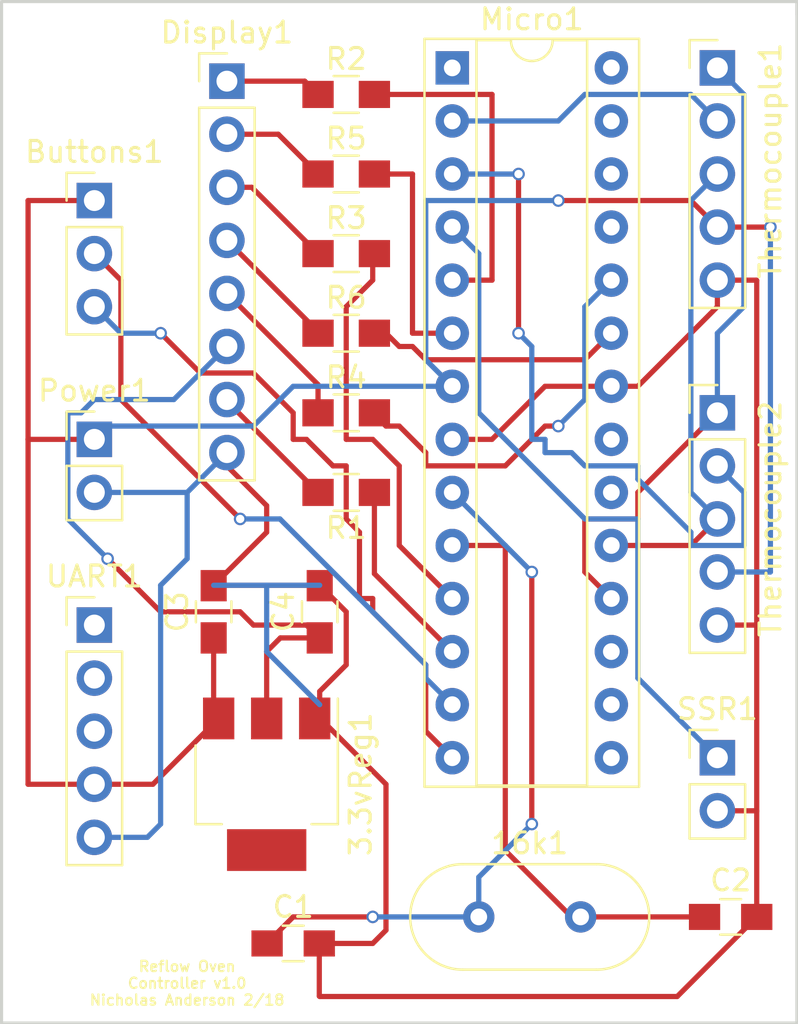
<source format=kicad_pcb>
(kicad_pcb (version 4) (host pcbnew 4.0.7)

  (general
    (links 46)
    (no_connects 0)
    (area 95.852857 94.25 140.63762 145.245)
    (thickness 1.6)
    (drawings 6)
    (tracks 219)
    (zones 0)
    (modules 22)
    (nets 38)
  )

  (page A4)
  (layers
    (0 F.Cu signal)
    (31 B.Cu signal)
    (32 B.Adhes user hide)
    (33 F.Adhes user hide)
    (34 B.Paste user hide)
    (35 F.Paste user hide)
    (36 B.SilkS user)
    (37 F.SilkS user)
    (38 B.Mask user)
    (39 F.Mask user)
    (40 Dwgs.User user hide)
    (41 Cmts.User user hide)
    (42 Eco1.User user hide)
    (43 Eco2.User user hide)
    (44 Edge.Cuts user)
    (45 Margin user hide)
    (46 B.CrtYd user hide)
    (47 F.CrtYd user hide)
    (48 B.Fab user hide)
    (49 F.Fab user hide)
  )

  (setup
    (last_trace_width 0.25)
    (trace_clearance 0.2)
    (zone_clearance 0.508)
    (zone_45_only no)
    (trace_min 0.2)
    (segment_width 0.2)
    (edge_width 0.15)
    (via_size 0.6)
    (via_drill 0.4)
    (via_min_size 0.4)
    (via_min_drill 0.3)
    (uvia_size 0.3)
    (uvia_drill 0.1)
    (uvias_allowed no)
    (uvia_min_size 0.2)
    (uvia_min_drill 0.1)
    (pcb_text_width 0.3)
    (pcb_text_size 1.5 1.5)
    (mod_edge_width 0.15)
    (mod_text_size 1 1)
    (mod_text_width 0.15)
    (pad_size 1.524 1.524)
    (pad_drill 0.762)
    (pad_to_mask_clearance 0.2)
    (aux_axis_origin 0 0)
    (visible_elements 7FFFFFFF)
    (pcbplotparams
      (layerselection 0x010f0_80000001)
      (usegerberextensions false)
      (excludeedgelayer true)
      (linewidth 0.100000)
      (plotframeref false)
      (viasonmask false)
      (mode 1)
      (useauxorigin false)
      (hpglpennumber 1)
      (hpglpenspeed 20)
      (hpglpendiameter 15)
      (hpglpenoverlay 2)
      (psnegative false)
      (psa4output false)
      (plotreference true)
      (plotvalue true)
      (plotinvisibletext false)
      (padsonsilk false)
      (subtractmaskfromsilk false)
      (outputformat 1)
      (mirror false)
      (drillshape 0)
      (scaleselection 1)
      (outputdirectory Gerber))
  )

  (net 0 "")
  (net 1 VCC3.3)
  (net 2 VCC)
  (net 3 GND)
  (net 4 Crystal1)
  (net 5 Crystal2)
  (net 6 Button1)
  (net 7 Button2)
  (net 8 "Net-(Display1-Pad1)")
  (net 9 "Net-(Display1-Pad2)")
  (net 10 "Net-(Display1-Pad3)")
  (net 11 "Net-(Display1-Pad4)")
  (net 12 "Net-(Display1-Pad5)")
  (net 13 "Net-(Display1-Pad7)")
  (net 14 "Net-(Micro1-Pad1)")
  (net 15 "Net-(Micro1-Pad15)")
  (net 16 CS1)
  (net 17 "Net-(Micro1-Pad16)")
  (net 18 CS2)
  (net 19 "Net-(Micro1-Pad17)")
  (net 20 SSR)
  (net 21 SO)
  (net 22 RST)
  (net 23 SCK)
  (net 24 SCE)
  (net 25 "Net-(Micro1-Pad20)")
  (net 26 "Net-(Micro1-Pad21)")
  (net 27 DIN)
  (net 28 CLK)
  (net 29 DC)
  (net 30 "Net-(Micro1-Pad25)")
  (net 31 Light)
  (net 32 "Net-(Micro1-Pad26)")
  (net 33 "Net-(Micro1-Pad27)")
  (net 34 "Net-(Micro1-Pad28)")
  (net 35 RX)
  (net 36 TX)
  (net 37 RESET)

  (net_class Default "This is the default net class."
    (clearance 0.2)
    (trace_width 0.25)
    (via_dia 0.6)
    (via_drill 0.4)
    (uvia_dia 0.3)
    (uvia_drill 0.1)
    (add_net Button1)
    (add_net Button2)
    (add_net CLK)
    (add_net CS1)
    (add_net CS2)
    (add_net Crystal1)
    (add_net Crystal2)
    (add_net DC)
    (add_net DIN)
    (add_net GND)
    (add_net Light)
    (add_net "Net-(Display1-Pad1)")
    (add_net "Net-(Display1-Pad2)")
    (add_net "Net-(Display1-Pad3)")
    (add_net "Net-(Display1-Pad4)")
    (add_net "Net-(Display1-Pad5)")
    (add_net "Net-(Display1-Pad7)")
    (add_net "Net-(Micro1-Pad1)")
    (add_net "Net-(Micro1-Pad15)")
    (add_net "Net-(Micro1-Pad16)")
    (add_net "Net-(Micro1-Pad17)")
    (add_net "Net-(Micro1-Pad20)")
    (add_net "Net-(Micro1-Pad21)")
    (add_net "Net-(Micro1-Pad25)")
    (add_net "Net-(Micro1-Pad26)")
    (add_net "Net-(Micro1-Pad27)")
    (add_net "Net-(Micro1-Pad28)")
    (add_net RESET)
    (add_net RST)
    (add_net RX)
    (add_net SCE)
    (add_net SCK)
    (add_net SO)
    (add_net SSR)
    (add_net TX)
    (add_net VCC)
    (add_net VCC3.3)
  )

  (module TO_SOT_Packages_SMD:SOT-223 (layer F.Cu) (tedit 58CE4E7E) (tstamp 5A85D879)
    (at 114.3 132.715 270)
    (descr "module CMS SOT223 4 pins")
    (tags "CMS SOT")
    (path /5A851BF6)
    (attr smd)
    (fp_text reference 3.3vReg1 (at 0 -4.5 270) (layer F.SilkS)
      (effects (font (size 1 1) (thickness 0.15)))
    )
    (fp_text value AP1117-33 (at 0 4.5 270) (layer F.Fab)
      (effects (font (size 1 1) (thickness 0.15)))
    )
    (fp_text user %R (at 0 0 360) (layer F.Fab)
      (effects (font (size 0.8 0.8) (thickness 0.12)))
    )
    (fp_line (start -1.85 -2.3) (end -0.8 -3.35) (layer F.Fab) (width 0.1))
    (fp_line (start 1.91 3.41) (end 1.91 2.15) (layer F.SilkS) (width 0.12))
    (fp_line (start 1.91 -3.41) (end 1.91 -2.15) (layer F.SilkS) (width 0.12))
    (fp_line (start 4.4 -3.6) (end -4.4 -3.6) (layer F.CrtYd) (width 0.05))
    (fp_line (start 4.4 3.6) (end 4.4 -3.6) (layer F.CrtYd) (width 0.05))
    (fp_line (start -4.4 3.6) (end 4.4 3.6) (layer F.CrtYd) (width 0.05))
    (fp_line (start -4.4 -3.6) (end -4.4 3.6) (layer F.CrtYd) (width 0.05))
    (fp_line (start -1.85 -2.3) (end -1.85 3.35) (layer F.Fab) (width 0.1))
    (fp_line (start -1.85 3.41) (end 1.91 3.41) (layer F.SilkS) (width 0.12))
    (fp_line (start -0.8 -3.35) (end 1.85 -3.35) (layer F.Fab) (width 0.1))
    (fp_line (start -4.1 -3.41) (end 1.91 -3.41) (layer F.SilkS) (width 0.12))
    (fp_line (start -1.85 3.35) (end 1.85 3.35) (layer F.Fab) (width 0.1))
    (fp_line (start 1.85 -3.35) (end 1.85 3.35) (layer F.Fab) (width 0.1))
    (pad 4 smd rect (at 3.15 0 270) (size 2 3.8) (layers F.Cu F.Paste F.Mask))
    (pad 2 smd rect (at -3.15 0 270) (size 2 1.5) (layers F.Cu F.Paste F.Mask)
      (net 1 VCC3.3))
    (pad 3 smd rect (at -3.15 2.3 270) (size 2 1.5) (layers F.Cu F.Paste F.Mask)
      (net 2 VCC))
    (pad 1 smd rect (at -3.15 -2.3 270) (size 2 1.5) (layers F.Cu F.Paste F.Mask)
      (net 3 GND))
    (model ${KISYS3DMOD}/TO_SOT_Packages_SMD.3dshapes/SOT-223.wrl
      (at (xyz 0 0 0))
      (scale (xyz 1 1 1))
      (rotate (xyz 0 0 0))
    )
  )

  (module Crystals:Crystal_HC49-4H_Vertical (layer F.Cu) (tedit 58CD2E9C) (tstamp 5A85D890)
    (at 124.46 139.065)
    (descr "Crystal THT HC-49-4H http://5hertz.com/pdfs/04404_D.pdf")
    (tags "THT crystalHC-49-4H")
    (path /5A851AFD)
    (fp_text reference 16k1 (at 2.44 -3.525) (layer F.SilkS)
      (effects (font (size 1 1) (thickness 0.15)))
    )
    (fp_text value Crystal (at 2.44 3.525) (layer F.Fab)
      (effects (font (size 1 1) (thickness 0.15)))
    )
    (fp_text user %R (at 2.44 0) (layer F.Fab)
      (effects (font (size 1 1) (thickness 0.15)))
    )
    (fp_line (start -0.76 -2.325) (end 5.64 -2.325) (layer F.Fab) (width 0.1))
    (fp_line (start -0.76 2.325) (end 5.64 2.325) (layer F.Fab) (width 0.1))
    (fp_line (start -0.56 -2) (end 5.44 -2) (layer F.Fab) (width 0.1))
    (fp_line (start -0.56 2) (end 5.44 2) (layer F.Fab) (width 0.1))
    (fp_line (start -0.76 -2.525) (end 5.64 -2.525) (layer F.SilkS) (width 0.12))
    (fp_line (start -0.76 2.525) (end 5.64 2.525) (layer F.SilkS) (width 0.12))
    (fp_line (start -3.6 -2.8) (end -3.6 2.8) (layer F.CrtYd) (width 0.05))
    (fp_line (start -3.6 2.8) (end 8.5 2.8) (layer F.CrtYd) (width 0.05))
    (fp_line (start 8.5 2.8) (end 8.5 -2.8) (layer F.CrtYd) (width 0.05))
    (fp_line (start 8.5 -2.8) (end -3.6 -2.8) (layer F.CrtYd) (width 0.05))
    (fp_arc (start -0.76 0) (end -0.76 -2.325) (angle -180) (layer F.Fab) (width 0.1))
    (fp_arc (start 5.64 0) (end 5.64 -2.325) (angle 180) (layer F.Fab) (width 0.1))
    (fp_arc (start -0.56 0) (end -0.56 -2) (angle -180) (layer F.Fab) (width 0.1))
    (fp_arc (start 5.44 0) (end 5.44 -2) (angle 180) (layer F.Fab) (width 0.1))
    (fp_arc (start -0.76 0) (end -0.76 -2.525) (angle -180) (layer F.SilkS) (width 0.12))
    (fp_arc (start 5.64 0) (end 5.64 -2.525) (angle 180) (layer F.SilkS) (width 0.12))
    (pad 1 thru_hole circle (at 0 0) (size 1.5 1.5) (drill 0.8) (layers *.Cu *.Mask)
      (net 4 Crystal1))
    (pad 2 thru_hole circle (at 4.88 0) (size 1.5 1.5) (drill 0.8) (layers *.Cu *.Mask)
      (net 5 Crystal2))
    (model ${KISYS3DMOD}/Crystals.3dshapes/Crystal_HC49-4H_Vertical.wrl
      (at (xyz 0 0 0))
      (scale (xyz 0.393701 0.393701 0.393701))
      (rotate (xyz 0 0 0))
    )
  )

  (module Pin_Headers:Pin_Header_Straight_1x03_Pitch2.54mm (layer F.Cu) (tedit 59650532) (tstamp 5A85D8A7)
    (at 106.045 104.775)
    (descr "Through hole straight pin header, 1x03, 2.54mm pitch, single row")
    (tags "Through hole pin header THT 1x03 2.54mm single row")
    (path /5A851698)
    (fp_text reference Buttons1 (at 0 -2.33) (layer F.SilkS)
      (effects (font (size 1 1) (thickness 0.15)))
    )
    (fp_text value Conn_01x03 (at 0 7.41) (layer F.Fab)
      (effects (font (size 1 1) (thickness 0.15)))
    )
    (fp_line (start -0.635 -1.27) (end 1.27 -1.27) (layer F.Fab) (width 0.1))
    (fp_line (start 1.27 -1.27) (end 1.27 6.35) (layer F.Fab) (width 0.1))
    (fp_line (start 1.27 6.35) (end -1.27 6.35) (layer F.Fab) (width 0.1))
    (fp_line (start -1.27 6.35) (end -1.27 -0.635) (layer F.Fab) (width 0.1))
    (fp_line (start -1.27 -0.635) (end -0.635 -1.27) (layer F.Fab) (width 0.1))
    (fp_line (start -1.33 6.41) (end 1.33 6.41) (layer F.SilkS) (width 0.12))
    (fp_line (start -1.33 1.27) (end -1.33 6.41) (layer F.SilkS) (width 0.12))
    (fp_line (start 1.33 1.27) (end 1.33 6.41) (layer F.SilkS) (width 0.12))
    (fp_line (start -1.33 1.27) (end 1.33 1.27) (layer F.SilkS) (width 0.12))
    (fp_line (start -1.33 0) (end -1.33 -1.33) (layer F.SilkS) (width 0.12))
    (fp_line (start -1.33 -1.33) (end 0 -1.33) (layer F.SilkS) (width 0.12))
    (fp_line (start -1.8 -1.8) (end -1.8 6.85) (layer F.CrtYd) (width 0.05))
    (fp_line (start -1.8 6.85) (end 1.8 6.85) (layer F.CrtYd) (width 0.05))
    (fp_line (start 1.8 6.85) (end 1.8 -1.8) (layer F.CrtYd) (width 0.05))
    (fp_line (start 1.8 -1.8) (end -1.8 -1.8) (layer F.CrtYd) (width 0.05))
    (fp_text user %R (at 0 2.54 90) (layer F.Fab)
      (effects (font (size 1 1) (thickness 0.15)))
    )
    (pad 1 thru_hole rect (at 0 0) (size 1.7 1.7) (drill 1) (layers *.Cu *.Mask)
      (net 2 VCC))
    (pad 2 thru_hole oval (at 0 2.54) (size 1.7 1.7) (drill 1) (layers *.Cu *.Mask)
      (net 6 Button1))
    (pad 3 thru_hole oval (at 0 5.08) (size 1.7 1.7) (drill 1) (layers *.Cu *.Mask)
      (net 7 Button2))
    (model ${KISYS3DMOD}/Pin_Headers.3dshapes/Pin_Header_Straight_1x03_Pitch2.54mm.wrl
      (at (xyz 0 0 0))
      (scale (xyz 1 1 1))
      (rotate (xyz 0 0 0))
    )
  )

  (module Capacitors_SMD:C_0805_HandSoldering (layer F.Cu) (tedit 58AA84A8) (tstamp 5A85D8B8)
    (at 115.57 140.335)
    (descr "Capacitor SMD 0805, hand soldering")
    (tags "capacitor 0805")
    (path /5A853A0B)
    (attr smd)
    (fp_text reference C1 (at 0 -1.75) (layer F.SilkS)
      (effects (font (size 1 1) (thickness 0.15)))
    )
    (fp_text value CP1 (at 0 1.75) (layer F.Fab)
      (effects (font (size 1 1) (thickness 0.15)))
    )
    (fp_text user %R (at 0 -1.75) (layer F.Fab)
      (effects (font (size 1 1) (thickness 0.15)))
    )
    (fp_line (start -1 0.62) (end -1 -0.62) (layer F.Fab) (width 0.1))
    (fp_line (start 1 0.62) (end -1 0.62) (layer F.Fab) (width 0.1))
    (fp_line (start 1 -0.62) (end 1 0.62) (layer F.Fab) (width 0.1))
    (fp_line (start -1 -0.62) (end 1 -0.62) (layer F.Fab) (width 0.1))
    (fp_line (start 0.5 -0.85) (end -0.5 -0.85) (layer F.SilkS) (width 0.12))
    (fp_line (start -0.5 0.85) (end 0.5 0.85) (layer F.SilkS) (width 0.12))
    (fp_line (start -2.25 -0.88) (end 2.25 -0.88) (layer F.CrtYd) (width 0.05))
    (fp_line (start -2.25 -0.88) (end -2.25 0.87) (layer F.CrtYd) (width 0.05))
    (fp_line (start 2.25 0.87) (end 2.25 -0.88) (layer F.CrtYd) (width 0.05))
    (fp_line (start 2.25 0.87) (end -2.25 0.87) (layer F.CrtYd) (width 0.05))
    (pad 1 smd rect (at -1.25 0) (size 1.5 1.25) (layers F.Cu F.Paste F.Mask)
      (net 4 Crystal1))
    (pad 2 smd rect (at 1.25 0) (size 1.5 1.25) (layers F.Cu F.Paste F.Mask)
      (net 3 GND))
    (model Capacitors_SMD.3dshapes/C_0805.wrl
      (at (xyz 0 0 0))
      (scale (xyz 1 1 1))
      (rotate (xyz 0 0 0))
    )
  )

  (module Capacitors_SMD:C_0805_HandSoldering (layer F.Cu) (tedit 58AA84A8) (tstamp 5A85D8C9)
    (at 136.525 139.065)
    (descr "Capacitor SMD 0805, hand soldering")
    (tags "capacitor 0805")
    (path /5A8538DE)
    (attr smd)
    (fp_text reference C2 (at 0 -1.75) (layer F.SilkS)
      (effects (font (size 1 1) (thickness 0.15)))
    )
    (fp_text value CP1 (at 0 1.75) (layer F.Fab)
      (effects (font (size 1 1) (thickness 0.15)))
    )
    (fp_text user %R (at 0 -1.75) (layer F.Fab)
      (effects (font (size 1 1) (thickness 0.15)))
    )
    (fp_line (start -1 0.62) (end -1 -0.62) (layer F.Fab) (width 0.1))
    (fp_line (start 1 0.62) (end -1 0.62) (layer F.Fab) (width 0.1))
    (fp_line (start 1 -0.62) (end 1 0.62) (layer F.Fab) (width 0.1))
    (fp_line (start -1 -0.62) (end 1 -0.62) (layer F.Fab) (width 0.1))
    (fp_line (start 0.5 -0.85) (end -0.5 -0.85) (layer F.SilkS) (width 0.12))
    (fp_line (start -0.5 0.85) (end 0.5 0.85) (layer F.SilkS) (width 0.12))
    (fp_line (start -2.25 -0.88) (end 2.25 -0.88) (layer F.CrtYd) (width 0.05))
    (fp_line (start -2.25 -0.88) (end -2.25 0.87) (layer F.CrtYd) (width 0.05))
    (fp_line (start 2.25 0.87) (end 2.25 -0.88) (layer F.CrtYd) (width 0.05))
    (fp_line (start 2.25 0.87) (end -2.25 0.87) (layer F.CrtYd) (width 0.05))
    (pad 1 smd rect (at -1.25 0) (size 1.5 1.25) (layers F.Cu F.Paste F.Mask)
      (net 5 Crystal2))
    (pad 2 smd rect (at 1.25 0) (size 1.5 1.25) (layers F.Cu F.Paste F.Mask)
      (net 3 GND))
    (model Capacitors_SMD.3dshapes/C_0805.wrl
      (at (xyz 0 0 0))
      (scale (xyz 1 1 1))
      (rotate (xyz 0 0 0))
    )
  )

  (module Capacitors_SMD:C_0805_HandSoldering (layer F.Cu) (tedit 58AA84A8) (tstamp 5A85D8DA)
    (at 111.76 124.46 90)
    (descr "Capacitor SMD 0805, hand soldering")
    (tags "capacitor 0805")
    (path /5A852CCB)
    (attr smd)
    (fp_text reference C3 (at 0 -1.75 90) (layer F.SilkS)
      (effects (font (size 1 1) (thickness 0.15)))
    )
    (fp_text value CP1 (at 0 1.75 90) (layer F.Fab)
      (effects (font (size 1 1) (thickness 0.15)))
    )
    (fp_text user %R (at 0 -1.75 90) (layer F.Fab)
      (effects (font (size 1 1) (thickness 0.15)))
    )
    (fp_line (start -1 0.62) (end -1 -0.62) (layer F.Fab) (width 0.1))
    (fp_line (start 1 0.62) (end -1 0.62) (layer F.Fab) (width 0.1))
    (fp_line (start 1 -0.62) (end 1 0.62) (layer F.Fab) (width 0.1))
    (fp_line (start -1 -0.62) (end 1 -0.62) (layer F.Fab) (width 0.1))
    (fp_line (start 0.5 -0.85) (end -0.5 -0.85) (layer F.SilkS) (width 0.12))
    (fp_line (start -0.5 0.85) (end 0.5 0.85) (layer F.SilkS) (width 0.12))
    (fp_line (start -2.25 -0.88) (end 2.25 -0.88) (layer F.CrtYd) (width 0.05))
    (fp_line (start -2.25 -0.88) (end -2.25 0.87) (layer F.CrtYd) (width 0.05))
    (fp_line (start 2.25 0.87) (end 2.25 -0.88) (layer F.CrtYd) (width 0.05))
    (fp_line (start 2.25 0.87) (end -2.25 0.87) (layer F.CrtYd) (width 0.05))
    (pad 1 smd rect (at -1.25 0 90) (size 1.5 1.25) (layers F.Cu F.Paste F.Mask)
      (net 2 VCC))
    (pad 2 smd rect (at 1.25 0 90) (size 1.5 1.25) (layers F.Cu F.Paste F.Mask)
      (net 3 GND))
    (model Capacitors_SMD.3dshapes/C_0805.wrl
      (at (xyz 0 0 0))
      (scale (xyz 1 1 1))
      (rotate (xyz 0 0 0))
    )
  )

  (module Capacitors_SMD:C_0805_HandSoldering (layer F.Cu) (tedit 58AA84A8) (tstamp 5A85D8EB)
    (at 116.84 124.46 90)
    (descr "Capacitor SMD 0805, hand soldering")
    (tags "capacitor 0805")
    (path /5A852D86)
    (attr smd)
    (fp_text reference C4 (at 0 -1.75 90) (layer F.SilkS)
      (effects (font (size 1 1) (thickness 0.15)))
    )
    (fp_text value CP1 (at 0 1.75 90) (layer F.Fab)
      (effects (font (size 1 1) (thickness 0.15)))
    )
    (fp_text user %R (at 0 -1.75 90) (layer F.Fab)
      (effects (font (size 1 1) (thickness 0.15)))
    )
    (fp_line (start -1 0.62) (end -1 -0.62) (layer F.Fab) (width 0.1))
    (fp_line (start 1 0.62) (end -1 0.62) (layer F.Fab) (width 0.1))
    (fp_line (start 1 -0.62) (end 1 0.62) (layer F.Fab) (width 0.1))
    (fp_line (start -1 -0.62) (end 1 -0.62) (layer F.Fab) (width 0.1))
    (fp_line (start 0.5 -0.85) (end -0.5 -0.85) (layer F.SilkS) (width 0.12))
    (fp_line (start -0.5 0.85) (end 0.5 0.85) (layer F.SilkS) (width 0.12))
    (fp_line (start -2.25 -0.88) (end 2.25 -0.88) (layer F.CrtYd) (width 0.05))
    (fp_line (start -2.25 -0.88) (end -2.25 0.87) (layer F.CrtYd) (width 0.05))
    (fp_line (start 2.25 0.87) (end 2.25 -0.88) (layer F.CrtYd) (width 0.05))
    (fp_line (start 2.25 0.87) (end -2.25 0.87) (layer F.CrtYd) (width 0.05))
    (pad 1 smd rect (at -1.25 0 90) (size 1.5 1.25) (layers F.Cu F.Paste F.Mask)
      (net 1 VCC3.3))
    (pad 2 smd rect (at 1.25 0 90) (size 1.5 1.25) (layers F.Cu F.Paste F.Mask)
      (net 3 GND))
    (model Capacitors_SMD.3dshapes/C_0805.wrl
      (at (xyz 0 0 0))
      (scale (xyz 1 1 1))
      (rotate (xyz 0 0 0))
    )
  )

  (module Pin_Headers:Pin_Header_Straight_1x08_Pitch2.54mm (layer F.Cu) (tedit 59650532) (tstamp 5A85D907)
    (at 112.395 99.06)
    (descr "Through hole straight pin header, 1x08, 2.54mm pitch, single row")
    (tags "Through hole pin header THT 1x08 2.54mm single row")
    (path /5A851773)
    (fp_text reference Display1 (at 0 -2.33) (layer F.SilkS)
      (effects (font (size 1 1) (thickness 0.15)))
    )
    (fp_text value Conn_01x08 (at 0 20.11) (layer F.Fab)
      (effects (font (size 1 1) (thickness 0.15)))
    )
    (fp_line (start -0.635 -1.27) (end 1.27 -1.27) (layer F.Fab) (width 0.1))
    (fp_line (start 1.27 -1.27) (end 1.27 19.05) (layer F.Fab) (width 0.1))
    (fp_line (start 1.27 19.05) (end -1.27 19.05) (layer F.Fab) (width 0.1))
    (fp_line (start -1.27 19.05) (end -1.27 -0.635) (layer F.Fab) (width 0.1))
    (fp_line (start -1.27 -0.635) (end -0.635 -1.27) (layer F.Fab) (width 0.1))
    (fp_line (start -1.33 19.11) (end 1.33 19.11) (layer F.SilkS) (width 0.12))
    (fp_line (start -1.33 1.27) (end -1.33 19.11) (layer F.SilkS) (width 0.12))
    (fp_line (start 1.33 1.27) (end 1.33 19.11) (layer F.SilkS) (width 0.12))
    (fp_line (start -1.33 1.27) (end 1.33 1.27) (layer F.SilkS) (width 0.12))
    (fp_line (start -1.33 0) (end -1.33 -1.33) (layer F.SilkS) (width 0.12))
    (fp_line (start -1.33 -1.33) (end 0 -1.33) (layer F.SilkS) (width 0.12))
    (fp_line (start -1.8 -1.8) (end -1.8 19.55) (layer F.CrtYd) (width 0.05))
    (fp_line (start -1.8 19.55) (end 1.8 19.55) (layer F.CrtYd) (width 0.05))
    (fp_line (start 1.8 19.55) (end 1.8 -1.8) (layer F.CrtYd) (width 0.05))
    (fp_line (start 1.8 -1.8) (end -1.8 -1.8) (layer F.CrtYd) (width 0.05))
    (fp_text user %R (at 0 8.89 90) (layer F.Fab)
      (effects (font (size 1 1) (thickness 0.15)))
    )
    (pad 1 thru_hole rect (at 0 0) (size 1.7 1.7) (drill 1) (layers *.Cu *.Mask)
      (net 8 "Net-(Display1-Pad1)"))
    (pad 2 thru_hole oval (at 0 2.54) (size 1.7 1.7) (drill 1) (layers *.Cu *.Mask)
      (net 9 "Net-(Display1-Pad2)"))
    (pad 3 thru_hole oval (at 0 5.08) (size 1.7 1.7) (drill 1) (layers *.Cu *.Mask)
      (net 10 "Net-(Display1-Pad3)"))
    (pad 4 thru_hole oval (at 0 7.62) (size 1.7 1.7) (drill 1) (layers *.Cu *.Mask)
      (net 11 "Net-(Display1-Pad4)"))
    (pad 5 thru_hole oval (at 0 10.16) (size 1.7 1.7) (drill 1) (layers *.Cu *.Mask)
      (net 12 "Net-(Display1-Pad5)"))
    (pad 6 thru_hole oval (at 0 12.7) (size 1.7 1.7) (drill 1) (layers *.Cu *.Mask)
      (net 1 VCC3.3))
    (pad 7 thru_hole oval (at 0 15.24) (size 1.7 1.7) (drill 1) (layers *.Cu *.Mask)
      (net 13 "Net-(Display1-Pad7)"))
    (pad 8 thru_hole oval (at 0 17.78) (size 1.7 1.7) (drill 1) (layers *.Cu *.Mask)
      (net 3 GND))
    (model ${KISYS3DMOD}/Pin_Headers.3dshapes/Pin_Header_Straight_1x08_Pitch2.54mm.wrl
      (at (xyz 0 0 0))
      (scale (xyz 1 1 1))
      (rotate (xyz 0 0 0))
    )
  )

  (module Housings_DIP:DIP-28_W7.62mm_Socket (layer F.Cu) (tedit 59C78D6B) (tstamp 5A85D93F)
    (at 123.19 98.425)
    (descr "28-lead though-hole mounted DIP package, row spacing 7.62 mm (300 mils), Socket")
    (tags "THT DIP DIL PDIP 2.54mm 7.62mm 300mil Socket")
    (path /5A850F19)
    (fp_text reference Micro1 (at 3.81 -2.33) (layer F.SilkS)
      (effects (font (size 1 1) (thickness 0.15)))
    )
    (fp_text value ATMEGA328P-PU (at 3.81 35.35) (layer F.Fab)
      (effects (font (size 1 1) (thickness 0.15)))
    )
    (fp_arc (start 3.81 -1.33) (end 2.81 -1.33) (angle -180) (layer F.SilkS) (width 0.12))
    (fp_line (start 1.635 -1.27) (end 6.985 -1.27) (layer F.Fab) (width 0.1))
    (fp_line (start 6.985 -1.27) (end 6.985 34.29) (layer F.Fab) (width 0.1))
    (fp_line (start 6.985 34.29) (end 0.635 34.29) (layer F.Fab) (width 0.1))
    (fp_line (start 0.635 34.29) (end 0.635 -0.27) (layer F.Fab) (width 0.1))
    (fp_line (start 0.635 -0.27) (end 1.635 -1.27) (layer F.Fab) (width 0.1))
    (fp_line (start -1.27 -1.33) (end -1.27 34.35) (layer F.Fab) (width 0.1))
    (fp_line (start -1.27 34.35) (end 8.89 34.35) (layer F.Fab) (width 0.1))
    (fp_line (start 8.89 34.35) (end 8.89 -1.33) (layer F.Fab) (width 0.1))
    (fp_line (start 8.89 -1.33) (end -1.27 -1.33) (layer F.Fab) (width 0.1))
    (fp_line (start 2.81 -1.33) (end 1.16 -1.33) (layer F.SilkS) (width 0.12))
    (fp_line (start 1.16 -1.33) (end 1.16 34.35) (layer F.SilkS) (width 0.12))
    (fp_line (start 1.16 34.35) (end 6.46 34.35) (layer F.SilkS) (width 0.12))
    (fp_line (start 6.46 34.35) (end 6.46 -1.33) (layer F.SilkS) (width 0.12))
    (fp_line (start 6.46 -1.33) (end 4.81 -1.33) (layer F.SilkS) (width 0.12))
    (fp_line (start -1.33 -1.39) (end -1.33 34.41) (layer F.SilkS) (width 0.12))
    (fp_line (start -1.33 34.41) (end 8.95 34.41) (layer F.SilkS) (width 0.12))
    (fp_line (start 8.95 34.41) (end 8.95 -1.39) (layer F.SilkS) (width 0.12))
    (fp_line (start 8.95 -1.39) (end -1.33 -1.39) (layer F.SilkS) (width 0.12))
    (fp_line (start -1.55 -1.6) (end -1.55 34.65) (layer F.CrtYd) (width 0.05))
    (fp_line (start -1.55 34.65) (end 9.15 34.65) (layer F.CrtYd) (width 0.05))
    (fp_line (start 9.15 34.65) (end 9.15 -1.6) (layer F.CrtYd) (width 0.05))
    (fp_line (start 9.15 -1.6) (end -1.55 -1.6) (layer F.CrtYd) (width 0.05))
    (fp_text user %R (at 3.81 16.51) (layer F.Fab)
      (effects (font (size 1 1) (thickness 0.15)))
    )
    (pad 1 thru_hole rect (at 0 0) (size 1.6 1.6) (drill 0.8) (layers *.Cu *.Mask)
      (net 14 "Net-(Micro1-Pad1)"))
    (pad 15 thru_hole oval (at 7.62 33.02) (size 1.6 1.6) (drill 0.8) (layers *.Cu *.Mask)
      (net 15 "Net-(Micro1-Pad15)"))
    (pad 2 thru_hole oval (at 0 2.54) (size 1.6 1.6) (drill 0.8) (layers *.Cu *.Mask)
      (net 16 CS1))
    (pad 16 thru_hole oval (at 7.62 30.48) (size 1.6 1.6) (drill 0.8) (layers *.Cu *.Mask)
      (net 17 "Net-(Micro1-Pad16)"))
    (pad 3 thru_hole oval (at 0 5.08) (size 1.6 1.6) (drill 0.8) (layers *.Cu *.Mask)
      (net 18 CS2))
    (pad 17 thru_hole oval (at 7.62 27.94) (size 1.6 1.6) (drill 0.8) (layers *.Cu *.Mask)
      (net 19 "Net-(Micro1-Pad17)"))
    (pad 4 thru_hole oval (at 0 7.62) (size 1.6 1.6) (drill 0.8) (layers *.Cu *.Mask)
      (net 20 SSR))
    (pad 18 thru_hole oval (at 7.62 25.4) (size 1.6 1.6) (drill 0.8) (layers *.Cu *.Mask)
      (net 21 SO))
    (pad 5 thru_hole oval (at 0 10.16) (size 1.6 1.6) (drill 0.8) (layers *.Cu *.Mask)
      (net 22 RST))
    (pad 19 thru_hole oval (at 7.62 22.86) (size 1.6 1.6) (drill 0.8) (layers *.Cu *.Mask)
      (net 23 SCK))
    (pad 6 thru_hole oval (at 0 12.7) (size 1.6 1.6) (drill 0.8) (layers *.Cu *.Mask)
      (net 24 SCE))
    (pad 20 thru_hole oval (at 7.62 20.32) (size 1.6 1.6) (drill 0.8) (layers *.Cu *.Mask)
      (net 25 "Net-(Micro1-Pad20)"))
    (pad 7 thru_hole oval (at 0 15.24) (size 1.6 1.6) (drill 0.8) (layers *.Cu *.Mask)
      (net 2 VCC))
    (pad 21 thru_hole oval (at 7.62 17.78) (size 1.6 1.6) (drill 0.8) (layers *.Cu *.Mask)
      (net 26 "Net-(Micro1-Pad21)"))
    (pad 8 thru_hole oval (at 0 17.78) (size 1.6 1.6) (drill 0.8) (layers *.Cu *.Mask)
      (net 3 GND))
    (pad 22 thru_hole oval (at 7.62 15.24) (size 1.6 1.6) (drill 0.8) (layers *.Cu *.Mask)
      (net 3 GND))
    (pad 9 thru_hole oval (at 0 20.32) (size 1.6 1.6) (drill 0.8) (layers *.Cu *.Mask)
      (net 4 Crystal1))
    (pad 23 thru_hole oval (at 7.62 12.7) (size 1.6 1.6) (drill 0.8) (layers *.Cu *.Mask)
      (net 27 DIN))
    (pad 10 thru_hole oval (at 0 22.86) (size 1.6 1.6) (drill 0.8) (layers *.Cu *.Mask)
      (net 5 Crystal2))
    (pad 24 thru_hole oval (at 7.62 10.16) (size 1.6 1.6) (drill 0.8) (layers *.Cu *.Mask)
      (net 28 CLK))
    (pad 11 thru_hole oval (at 0 25.4) (size 1.6 1.6) (drill 0.8) (layers *.Cu *.Mask)
      (net 29 DC))
    (pad 25 thru_hole oval (at 7.62 7.62) (size 1.6 1.6) (drill 0.8) (layers *.Cu *.Mask)
      (net 30 "Net-(Micro1-Pad25)"))
    (pad 12 thru_hole oval (at 0 27.94) (size 1.6 1.6) (drill 0.8) (layers *.Cu *.Mask)
      (net 31 Light))
    (pad 26 thru_hole oval (at 7.62 5.08) (size 1.6 1.6) (drill 0.8) (layers *.Cu *.Mask)
      (net 32 "Net-(Micro1-Pad26)"))
    (pad 13 thru_hole oval (at 0 30.48) (size 1.6 1.6) (drill 0.8) (layers *.Cu *.Mask)
      (net 6 Button1))
    (pad 27 thru_hole oval (at 7.62 2.54) (size 1.6 1.6) (drill 0.8) (layers *.Cu *.Mask)
      (net 33 "Net-(Micro1-Pad27)"))
    (pad 14 thru_hole oval (at 0 33.02) (size 1.6 1.6) (drill 0.8) (layers *.Cu *.Mask)
      (net 7 Button2))
    (pad 28 thru_hole oval (at 7.62 0) (size 1.6 1.6) (drill 0.8) (layers *.Cu *.Mask)
      (net 34 "Net-(Micro1-Pad28)"))
    (model ${KISYS3DMOD}/Housings_DIP.3dshapes/DIP-28_W7.62mm_Socket.wrl
      (at (xyz 0 0 0))
      (scale (xyz 1 1 1))
      (rotate (xyz 0 0 0))
    )
  )

  (module Pin_Headers:Pin_Header_Straight_1x02_Pitch2.54mm (layer F.Cu) (tedit 59650532) (tstamp 5A85D955)
    (at 106.045 116.205)
    (descr "Through hole straight pin header, 1x02, 2.54mm pitch, single row")
    (tags "Through hole pin header THT 1x02 2.54mm single row")
    (path /5A8510FD)
    (fp_text reference Power1 (at 0 -2.33) (layer F.SilkS)
      (effects (font (size 1 1) (thickness 0.15)))
    )
    (fp_text value Conn_01x02 (at 0 4.87) (layer F.Fab)
      (effects (font (size 1 1) (thickness 0.15)))
    )
    (fp_line (start -0.635 -1.27) (end 1.27 -1.27) (layer F.Fab) (width 0.1))
    (fp_line (start 1.27 -1.27) (end 1.27 3.81) (layer F.Fab) (width 0.1))
    (fp_line (start 1.27 3.81) (end -1.27 3.81) (layer F.Fab) (width 0.1))
    (fp_line (start -1.27 3.81) (end -1.27 -0.635) (layer F.Fab) (width 0.1))
    (fp_line (start -1.27 -0.635) (end -0.635 -1.27) (layer F.Fab) (width 0.1))
    (fp_line (start -1.33 3.87) (end 1.33 3.87) (layer F.SilkS) (width 0.12))
    (fp_line (start -1.33 1.27) (end -1.33 3.87) (layer F.SilkS) (width 0.12))
    (fp_line (start 1.33 1.27) (end 1.33 3.87) (layer F.SilkS) (width 0.12))
    (fp_line (start -1.33 1.27) (end 1.33 1.27) (layer F.SilkS) (width 0.12))
    (fp_line (start -1.33 0) (end -1.33 -1.33) (layer F.SilkS) (width 0.12))
    (fp_line (start -1.33 -1.33) (end 0 -1.33) (layer F.SilkS) (width 0.12))
    (fp_line (start -1.8 -1.8) (end -1.8 4.35) (layer F.CrtYd) (width 0.05))
    (fp_line (start -1.8 4.35) (end 1.8 4.35) (layer F.CrtYd) (width 0.05))
    (fp_line (start 1.8 4.35) (end 1.8 -1.8) (layer F.CrtYd) (width 0.05))
    (fp_line (start 1.8 -1.8) (end -1.8 -1.8) (layer F.CrtYd) (width 0.05))
    (fp_text user %R (at 0 1.27 90) (layer F.Fab)
      (effects (font (size 1 1) (thickness 0.15)))
    )
    (pad 1 thru_hole rect (at 0 0) (size 1.7 1.7) (drill 1) (layers *.Cu *.Mask)
      (net 2 VCC))
    (pad 2 thru_hole oval (at 0 2.54) (size 1.7 1.7) (drill 1) (layers *.Cu *.Mask)
      (net 3 GND))
    (model ${KISYS3DMOD}/Pin_Headers.3dshapes/Pin_Header_Straight_1x02_Pitch2.54mm.wrl
      (at (xyz 0 0 0))
      (scale (xyz 1 1 1))
      (rotate (xyz 0 0 0))
    )
  )

  (module Resistors_SMD:R_0805_HandSoldering (layer F.Cu) (tedit 58E0A804) (tstamp 5A85D966)
    (at 118.11 118.745 180)
    (descr "Resistor SMD 0805, hand soldering")
    (tags "resistor 0805")
    (path /5A851FA8)
    (attr smd)
    (fp_text reference R1 (at 0 -1.7 180) (layer F.SilkS)
      (effects (font (size 1 1) (thickness 0.15)))
    )
    (fp_text value 330 (at 0 1.75 180) (layer F.Fab)
      (effects (font (size 1 1) (thickness 0.15)))
    )
    (fp_text user %R (at 0 0 180) (layer F.Fab)
      (effects (font (size 0.5 0.5) (thickness 0.075)))
    )
    (fp_line (start -1 0.62) (end -1 -0.62) (layer F.Fab) (width 0.1))
    (fp_line (start 1 0.62) (end -1 0.62) (layer F.Fab) (width 0.1))
    (fp_line (start 1 -0.62) (end 1 0.62) (layer F.Fab) (width 0.1))
    (fp_line (start -1 -0.62) (end 1 -0.62) (layer F.Fab) (width 0.1))
    (fp_line (start 0.6 0.88) (end -0.6 0.88) (layer F.SilkS) (width 0.12))
    (fp_line (start -0.6 -0.88) (end 0.6 -0.88) (layer F.SilkS) (width 0.12))
    (fp_line (start -2.35 -0.9) (end 2.35 -0.9) (layer F.CrtYd) (width 0.05))
    (fp_line (start -2.35 -0.9) (end -2.35 0.9) (layer F.CrtYd) (width 0.05))
    (fp_line (start 2.35 0.9) (end 2.35 -0.9) (layer F.CrtYd) (width 0.05))
    (fp_line (start 2.35 0.9) (end -2.35 0.9) (layer F.CrtYd) (width 0.05))
    (pad 1 smd rect (at -1.35 0 180) (size 1.5 1.3) (layers F.Cu F.Paste F.Mask)
      (net 31 Light))
    (pad 2 smd rect (at 1.35 0 180) (size 1.5 1.3) (layers F.Cu F.Paste F.Mask)
      (net 13 "Net-(Display1-Pad7)"))
    (model ${KISYS3DMOD}/Resistors_SMD.3dshapes/R_0805.wrl
      (at (xyz 0 0 0))
      (scale (xyz 1 1 1))
      (rotate (xyz 0 0 0))
    )
  )

  (module Resistors_SMD:R_0805_HandSoldering (layer F.Cu) (tedit 58E0A804) (tstamp 5A85D977)
    (at 118.11 99.695)
    (descr "Resistor SMD 0805, hand soldering")
    (tags "resistor 0805")
    (path /5A85256A)
    (attr smd)
    (fp_text reference R2 (at 0 -1.7) (layer F.SilkS)
      (effects (font (size 1 1) (thickness 0.15)))
    )
    (fp_text value 10k (at 0 1.75) (layer F.Fab)
      (effects (font (size 1 1) (thickness 0.15)))
    )
    (fp_text user %R (at 0 0) (layer F.Fab)
      (effects (font (size 0.5 0.5) (thickness 0.075)))
    )
    (fp_line (start -1 0.62) (end -1 -0.62) (layer F.Fab) (width 0.1))
    (fp_line (start 1 0.62) (end -1 0.62) (layer F.Fab) (width 0.1))
    (fp_line (start 1 -0.62) (end 1 0.62) (layer F.Fab) (width 0.1))
    (fp_line (start -1 -0.62) (end 1 -0.62) (layer F.Fab) (width 0.1))
    (fp_line (start 0.6 0.88) (end -0.6 0.88) (layer F.SilkS) (width 0.12))
    (fp_line (start -0.6 -0.88) (end 0.6 -0.88) (layer F.SilkS) (width 0.12))
    (fp_line (start -2.35 -0.9) (end 2.35 -0.9) (layer F.CrtYd) (width 0.05))
    (fp_line (start -2.35 -0.9) (end -2.35 0.9) (layer F.CrtYd) (width 0.05))
    (fp_line (start 2.35 0.9) (end 2.35 -0.9) (layer F.CrtYd) (width 0.05))
    (fp_line (start 2.35 0.9) (end -2.35 0.9) (layer F.CrtYd) (width 0.05))
    (pad 1 smd rect (at -1.35 0) (size 1.5 1.3) (layers F.Cu F.Paste F.Mask)
      (net 8 "Net-(Display1-Pad1)"))
    (pad 2 smd rect (at 1.35 0) (size 1.5 1.3) (layers F.Cu F.Paste F.Mask)
      (net 22 RST))
    (model ${KISYS3DMOD}/Resistors_SMD.3dshapes/R_0805.wrl
      (at (xyz 0 0 0))
      (scale (xyz 1 1 1))
      (rotate (xyz 0 0 0))
    )
  )

  (module Resistors_SMD:R_0805_HandSoldering (layer F.Cu) (tedit 58E0A804) (tstamp 5A85D988)
    (at 118.11 107.315)
    (descr "Resistor SMD 0805, hand soldering")
    (tags "resistor 0805")
    (path /5A8524A2)
    (attr smd)
    (fp_text reference R3 (at 0 -1.7) (layer F.SilkS)
      (effects (font (size 1 1) (thickness 0.15)))
    )
    (fp_text value 10k (at 0 1.75) (layer F.Fab)
      (effects (font (size 1 1) (thickness 0.15)))
    )
    (fp_text user %R (at 0 0) (layer F.Fab)
      (effects (font (size 0.5 0.5) (thickness 0.075)))
    )
    (fp_line (start -1 0.62) (end -1 -0.62) (layer F.Fab) (width 0.1))
    (fp_line (start 1 0.62) (end -1 0.62) (layer F.Fab) (width 0.1))
    (fp_line (start 1 -0.62) (end 1 0.62) (layer F.Fab) (width 0.1))
    (fp_line (start -1 -0.62) (end 1 -0.62) (layer F.Fab) (width 0.1))
    (fp_line (start 0.6 0.88) (end -0.6 0.88) (layer F.SilkS) (width 0.12))
    (fp_line (start -0.6 -0.88) (end 0.6 -0.88) (layer F.SilkS) (width 0.12))
    (fp_line (start -2.35 -0.9) (end 2.35 -0.9) (layer F.CrtYd) (width 0.05))
    (fp_line (start -2.35 -0.9) (end -2.35 0.9) (layer F.CrtYd) (width 0.05))
    (fp_line (start 2.35 0.9) (end 2.35 -0.9) (layer F.CrtYd) (width 0.05))
    (fp_line (start 2.35 0.9) (end -2.35 0.9) (layer F.CrtYd) (width 0.05))
    (pad 1 smd rect (at -1.35 0) (size 1.5 1.3) (layers F.Cu F.Paste F.Mask)
      (net 10 "Net-(Display1-Pad3)"))
    (pad 2 smd rect (at 1.35 0) (size 1.5 1.3) (layers F.Cu F.Paste F.Mask)
      (net 29 DC))
    (model ${KISYS3DMOD}/Resistors_SMD.3dshapes/R_0805.wrl
      (at (xyz 0 0 0))
      (scale (xyz 1 1 1))
      (rotate (xyz 0 0 0))
    )
  )

  (module Resistors_SMD:R_0805_HandSoldering (layer F.Cu) (tedit 58E0A804) (tstamp 5A85D999)
    (at 118.11 114.935)
    (descr "Resistor SMD 0805, hand soldering")
    (tags "resistor 0805")
    (path /5A85217E)
    (attr smd)
    (fp_text reference R4 (at 0 -1.7) (layer F.SilkS)
      (effects (font (size 1 1) (thickness 0.15)))
    )
    (fp_text value 10k (at 0 1.75) (layer F.Fab)
      (effects (font (size 1 1) (thickness 0.15)))
    )
    (fp_text user %R (at 0 0) (layer F.Fab)
      (effects (font (size 0.5 0.5) (thickness 0.075)))
    )
    (fp_line (start -1 0.62) (end -1 -0.62) (layer F.Fab) (width 0.1))
    (fp_line (start 1 0.62) (end -1 0.62) (layer F.Fab) (width 0.1))
    (fp_line (start 1 -0.62) (end 1 0.62) (layer F.Fab) (width 0.1))
    (fp_line (start -1 -0.62) (end 1 -0.62) (layer F.Fab) (width 0.1))
    (fp_line (start 0.6 0.88) (end -0.6 0.88) (layer F.SilkS) (width 0.12))
    (fp_line (start -0.6 -0.88) (end 0.6 -0.88) (layer F.SilkS) (width 0.12))
    (fp_line (start -2.35 -0.9) (end 2.35 -0.9) (layer F.CrtYd) (width 0.05))
    (fp_line (start -2.35 -0.9) (end -2.35 0.9) (layer F.CrtYd) (width 0.05))
    (fp_line (start 2.35 0.9) (end 2.35 -0.9) (layer F.CrtYd) (width 0.05))
    (fp_line (start 2.35 0.9) (end -2.35 0.9) (layer F.CrtYd) (width 0.05))
    (pad 1 smd rect (at -1.35 0) (size 1.5 1.3) (layers F.Cu F.Paste F.Mask)
      (net 12 "Net-(Display1-Pad5)"))
    (pad 2 smd rect (at 1.35 0) (size 1.5 1.3) (layers F.Cu F.Paste F.Mask)
      (net 28 CLK))
    (model ${KISYS3DMOD}/Resistors_SMD.3dshapes/R_0805.wrl
      (at (xyz 0 0 0))
      (scale (xyz 1 1 1))
      (rotate (xyz 0 0 0))
    )
  )

  (module Resistors_SMD:R_0805_HandSoldering (layer F.Cu) (tedit 58E0A804) (tstamp 5A85D9AA)
    (at 118.11 103.505)
    (descr "Resistor SMD 0805, hand soldering")
    (tags "resistor 0805")
    (path /5A852502)
    (attr smd)
    (fp_text reference R5 (at 0 -1.7) (layer F.SilkS)
      (effects (font (size 1 1) (thickness 0.15)))
    )
    (fp_text value 10k (at 0 1.75) (layer F.Fab)
      (effects (font (size 1 1) (thickness 0.15)))
    )
    (fp_text user %R (at 0 0) (layer F.Fab)
      (effects (font (size 0.5 0.5) (thickness 0.075)))
    )
    (fp_line (start -1 0.62) (end -1 -0.62) (layer F.Fab) (width 0.1))
    (fp_line (start 1 0.62) (end -1 0.62) (layer F.Fab) (width 0.1))
    (fp_line (start 1 -0.62) (end 1 0.62) (layer F.Fab) (width 0.1))
    (fp_line (start -1 -0.62) (end 1 -0.62) (layer F.Fab) (width 0.1))
    (fp_line (start 0.6 0.88) (end -0.6 0.88) (layer F.SilkS) (width 0.12))
    (fp_line (start -0.6 -0.88) (end 0.6 -0.88) (layer F.SilkS) (width 0.12))
    (fp_line (start -2.35 -0.9) (end 2.35 -0.9) (layer F.CrtYd) (width 0.05))
    (fp_line (start -2.35 -0.9) (end -2.35 0.9) (layer F.CrtYd) (width 0.05))
    (fp_line (start 2.35 0.9) (end 2.35 -0.9) (layer F.CrtYd) (width 0.05))
    (fp_line (start 2.35 0.9) (end -2.35 0.9) (layer F.CrtYd) (width 0.05))
    (pad 1 smd rect (at -1.35 0) (size 1.5 1.3) (layers F.Cu F.Paste F.Mask)
      (net 9 "Net-(Display1-Pad2)"))
    (pad 2 smd rect (at 1.35 0) (size 1.5 1.3) (layers F.Cu F.Paste F.Mask)
      (net 24 SCE))
    (model ${KISYS3DMOD}/Resistors_SMD.3dshapes/R_0805.wrl
      (at (xyz 0 0 0))
      (scale (xyz 1 1 1))
      (rotate (xyz 0 0 0))
    )
  )

  (module Resistors_SMD:R_0805_HandSoldering (layer F.Cu) (tedit 58E0A804) (tstamp 5A85D9BB)
    (at 118.11 111.125)
    (descr "Resistor SMD 0805, hand soldering")
    (tags "resistor 0805")
    (path /5A852460)
    (attr smd)
    (fp_text reference R6 (at 0 -1.7) (layer F.SilkS)
      (effects (font (size 1 1) (thickness 0.15)))
    )
    (fp_text value 10k (at 0 1.75) (layer F.Fab)
      (effects (font (size 1 1) (thickness 0.15)))
    )
    (fp_text user %R (at 0 0) (layer F.Fab)
      (effects (font (size 0.5 0.5) (thickness 0.075)))
    )
    (fp_line (start -1 0.62) (end -1 -0.62) (layer F.Fab) (width 0.1))
    (fp_line (start 1 0.62) (end -1 0.62) (layer F.Fab) (width 0.1))
    (fp_line (start 1 -0.62) (end 1 0.62) (layer F.Fab) (width 0.1))
    (fp_line (start -1 -0.62) (end 1 -0.62) (layer F.Fab) (width 0.1))
    (fp_line (start 0.6 0.88) (end -0.6 0.88) (layer F.SilkS) (width 0.12))
    (fp_line (start -0.6 -0.88) (end 0.6 -0.88) (layer F.SilkS) (width 0.12))
    (fp_line (start -2.35 -0.9) (end 2.35 -0.9) (layer F.CrtYd) (width 0.05))
    (fp_line (start -2.35 -0.9) (end -2.35 0.9) (layer F.CrtYd) (width 0.05))
    (fp_line (start 2.35 0.9) (end 2.35 -0.9) (layer F.CrtYd) (width 0.05))
    (fp_line (start 2.35 0.9) (end -2.35 0.9) (layer F.CrtYd) (width 0.05))
    (pad 1 smd rect (at -1.35 0) (size 1.5 1.3) (layers F.Cu F.Paste F.Mask)
      (net 11 "Net-(Display1-Pad4)"))
    (pad 2 smd rect (at 1.35 0) (size 1.5 1.3) (layers F.Cu F.Paste F.Mask)
      (net 27 DIN))
    (model ${KISYS3DMOD}/Resistors_SMD.3dshapes/R_0805.wrl
      (at (xyz 0 0 0))
      (scale (xyz 1 1 1))
      (rotate (xyz 0 0 0))
    )
  )

  (module Pin_Headers:Pin_Header_Straight_1x02_Pitch2.54mm (layer F.Cu) (tedit 59650532) (tstamp 5A85D9D1)
    (at 135.89 131.445)
    (descr "Through hole straight pin header, 1x02, 2.54mm pitch, single row")
    (tags "Through hole pin header THT 1x02 2.54mm single row")
    (path /5A8511DA)
    (fp_text reference SSR1 (at 0 -2.33) (layer F.SilkS)
      (effects (font (size 1 1) (thickness 0.15)))
    )
    (fp_text value Conn_01x02 (at 0 4.87) (layer F.Fab)
      (effects (font (size 1 1) (thickness 0.15)))
    )
    (fp_line (start -0.635 -1.27) (end 1.27 -1.27) (layer F.Fab) (width 0.1))
    (fp_line (start 1.27 -1.27) (end 1.27 3.81) (layer F.Fab) (width 0.1))
    (fp_line (start 1.27 3.81) (end -1.27 3.81) (layer F.Fab) (width 0.1))
    (fp_line (start -1.27 3.81) (end -1.27 -0.635) (layer F.Fab) (width 0.1))
    (fp_line (start -1.27 -0.635) (end -0.635 -1.27) (layer F.Fab) (width 0.1))
    (fp_line (start -1.33 3.87) (end 1.33 3.87) (layer F.SilkS) (width 0.12))
    (fp_line (start -1.33 1.27) (end -1.33 3.87) (layer F.SilkS) (width 0.12))
    (fp_line (start 1.33 1.27) (end 1.33 3.87) (layer F.SilkS) (width 0.12))
    (fp_line (start -1.33 1.27) (end 1.33 1.27) (layer F.SilkS) (width 0.12))
    (fp_line (start -1.33 0) (end -1.33 -1.33) (layer F.SilkS) (width 0.12))
    (fp_line (start -1.33 -1.33) (end 0 -1.33) (layer F.SilkS) (width 0.12))
    (fp_line (start -1.8 -1.8) (end -1.8 4.35) (layer F.CrtYd) (width 0.05))
    (fp_line (start -1.8 4.35) (end 1.8 4.35) (layer F.CrtYd) (width 0.05))
    (fp_line (start 1.8 4.35) (end 1.8 -1.8) (layer F.CrtYd) (width 0.05))
    (fp_line (start 1.8 -1.8) (end -1.8 -1.8) (layer F.CrtYd) (width 0.05))
    (fp_text user %R (at 0 1.27 90) (layer F.Fab)
      (effects (font (size 1 1) (thickness 0.15)))
    )
    (pad 1 thru_hole rect (at 0 0) (size 1.7 1.7) (drill 1) (layers *.Cu *.Mask)
      (net 20 SSR))
    (pad 2 thru_hole oval (at 0 2.54) (size 1.7 1.7) (drill 1) (layers *.Cu *.Mask)
      (net 3 GND))
    (model ${KISYS3DMOD}/Pin_Headers.3dshapes/Pin_Header_Straight_1x02_Pitch2.54mm.wrl
      (at (xyz 0 0 0))
      (scale (xyz 1 1 1))
      (rotate (xyz 0 0 0))
    )
  )

  (module Pin_Headers:Pin_Header_Straight_1x05_Pitch2.54mm (layer F.Cu) (tedit 5A861492) (tstamp 5A85D9EA)
    (at 135.89 98.425)
    (descr "Through hole straight pin header, 1x05, 2.54mm pitch, single row")
    (tags "Through hole pin header THT 1x05 2.54mm single row")
    (path /5A8516C9)
    (fp_text reference Thermocouple1 (at 2.54 4.445 90) (layer F.SilkS)
      (effects (font (size 1 1) (thickness 0.15)))
    )
    (fp_text value Conn_01x05 (at 0 12.49) (layer F.Fab)
      (effects (font (size 1 1) (thickness 0.15)))
    )
    (fp_line (start -0.635 -1.27) (end 1.27 -1.27) (layer F.Fab) (width 0.1))
    (fp_line (start 1.27 -1.27) (end 1.27 11.43) (layer F.Fab) (width 0.1))
    (fp_line (start 1.27 11.43) (end -1.27 11.43) (layer F.Fab) (width 0.1))
    (fp_line (start -1.27 11.43) (end -1.27 -0.635) (layer F.Fab) (width 0.1))
    (fp_line (start -1.27 -0.635) (end -0.635 -1.27) (layer F.Fab) (width 0.1))
    (fp_line (start -1.33 11.49) (end 1.33 11.49) (layer F.SilkS) (width 0.12))
    (fp_line (start -1.33 1.27) (end -1.33 11.49) (layer F.SilkS) (width 0.12))
    (fp_line (start 1.33 1.27) (end 1.33 11.49) (layer F.SilkS) (width 0.12))
    (fp_line (start -1.33 1.27) (end 1.33 1.27) (layer F.SilkS) (width 0.12))
    (fp_line (start -1.33 0) (end -1.33 -1.33) (layer F.SilkS) (width 0.12))
    (fp_line (start -1.33 -1.33) (end 0 -1.33) (layer F.SilkS) (width 0.12))
    (fp_line (start -1.8 -1.8) (end -1.8 11.95) (layer F.CrtYd) (width 0.05))
    (fp_line (start -1.8 11.95) (end 1.8 11.95) (layer F.CrtYd) (width 0.05))
    (fp_line (start 1.8 11.95) (end 1.8 -1.8) (layer F.CrtYd) (width 0.05))
    (fp_line (start 1.8 -1.8) (end -1.8 -1.8) (layer F.CrtYd) (width 0.05))
    (fp_text user %R (at 0 5.08 90) (layer F.Fab)
      (effects (font (size 1 1) (thickness 0.15)))
    )
    (pad 1 thru_hole rect (at 0 0) (size 1.7 1.7) (drill 1) (layers *.Cu *.Mask)
      (net 21 SO))
    (pad 2 thru_hole oval (at 0 2.54) (size 1.7 1.7) (drill 1) (layers *.Cu *.Mask)
      (net 16 CS1))
    (pad 3 thru_hole oval (at 0 5.08) (size 1.7 1.7) (drill 1) (layers *.Cu *.Mask)
      (net 23 SCK))
    (pad 4 thru_hole oval (at 0 7.62) (size 1.7 1.7) (drill 1) (layers *.Cu *.Mask)
      (net 2 VCC))
    (pad 5 thru_hole oval (at 0 10.16) (size 1.7 1.7) (drill 1) (layers *.Cu *.Mask)
      (net 3 GND))
    (model ${KISYS3DMOD}/Pin_Headers.3dshapes/Pin_Header_Straight_1x05_Pitch2.54mm.wrl
      (at (xyz 0 0 0))
      (scale (xyz 1 1 1))
      (rotate (xyz 0 0 0))
    )
  )

  (module Pin_Headers:Pin_Header_Straight_1x05_Pitch2.54mm (layer F.Cu) (tedit 5A86149D) (tstamp 5A85DA03)
    (at 135.89 114.935)
    (descr "Through hole straight pin header, 1x05, 2.54mm pitch, single row")
    (tags "Through hole pin header THT 1x05 2.54mm single row")
    (path /5A8516F8)
    (fp_text reference Thermocouple2 (at 2.54 5.08 90) (layer F.SilkS)
      (effects (font (size 1 1) (thickness 0.15)))
    )
    (fp_text value Conn_01x05 (at 0 12.49) (layer F.Fab)
      (effects (font (size 1 1) (thickness 0.15)))
    )
    (fp_line (start -0.635 -1.27) (end 1.27 -1.27) (layer F.Fab) (width 0.1))
    (fp_line (start 1.27 -1.27) (end 1.27 11.43) (layer F.Fab) (width 0.1))
    (fp_line (start 1.27 11.43) (end -1.27 11.43) (layer F.Fab) (width 0.1))
    (fp_line (start -1.27 11.43) (end -1.27 -0.635) (layer F.Fab) (width 0.1))
    (fp_line (start -1.27 -0.635) (end -0.635 -1.27) (layer F.Fab) (width 0.1))
    (fp_line (start -1.33 11.49) (end 1.33 11.49) (layer F.SilkS) (width 0.12))
    (fp_line (start -1.33 1.27) (end -1.33 11.49) (layer F.SilkS) (width 0.12))
    (fp_line (start 1.33 1.27) (end 1.33 11.49) (layer F.SilkS) (width 0.12))
    (fp_line (start -1.33 1.27) (end 1.33 1.27) (layer F.SilkS) (width 0.12))
    (fp_line (start -1.33 0) (end -1.33 -1.33) (layer F.SilkS) (width 0.12))
    (fp_line (start -1.33 -1.33) (end 0 -1.33) (layer F.SilkS) (width 0.12))
    (fp_line (start -1.8 -1.8) (end -1.8 11.95) (layer F.CrtYd) (width 0.05))
    (fp_line (start -1.8 11.95) (end 1.8 11.95) (layer F.CrtYd) (width 0.05))
    (fp_line (start 1.8 11.95) (end 1.8 -1.8) (layer F.CrtYd) (width 0.05))
    (fp_line (start 1.8 -1.8) (end -1.8 -1.8) (layer F.CrtYd) (width 0.05))
    (fp_text user %R (at 0 5.08 90) (layer F.Fab)
      (effects (font (size 1 1) (thickness 0.15)))
    )
    (pad 1 thru_hole rect (at 0 0) (size 1.7 1.7) (drill 1) (layers *.Cu *.Mask)
      (net 21 SO))
    (pad 2 thru_hole oval (at 0 2.54) (size 1.7 1.7) (drill 1) (layers *.Cu *.Mask)
      (net 18 CS2))
    (pad 3 thru_hole oval (at 0 5.08) (size 1.7 1.7) (drill 1) (layers *.Cu *.Mask)
      (net 23 SCK))
    (pad 4 thru_hole oval (at 0 7.62) (size 1.7 1.7) (drill 1) (layers *.Cu *.Mask)
      (net 2 VCC))
    (pad 5 thru_hole oval (at 0 10.16) (size 1.7 1.7) (drill 1) (layers *.Cu *.Mask)
      (net 3 GND))
    (model ${KISYS3DMOD}/Pin_Headers.3dshapes/Pin_Header_Straight_1x05_Pitch2.54mm.wrl
      (at (xyz 0 0 0))
      (scale (xyz 1 1 1))
      (rotate (xyz 0 0 0))
    )
  )

  (module Pin_Headers:Pin_Header_Straight_1x05_Pitch2.54mm (layer F.Cu) (tedit 59650532) (tstamp 5A85DA1C)
    (at 106.045 125.095)
    (descr "Through hole straight pin header, 1x05, 2.54mm pitch, single row")
    (tags "Through hole pin header THT 1x05 2.54mm single row")
    (path /5A853AEF)
    (fp_text reference UART1 (at 0 -2.33) (layer F.SilkS)
      (effects (font (size 1 1) (thickness 0.15)))
    )
    (fp_text value Conn_01x05 (at 0 12.49) (layer F.Fab)
      (effects (font (size 1 1) (thickness 0.15)))
    )
    (fp_line (start -0.635 -1.27) (end 1.27 -1.27) (layer F.Fab) (width 0.1))
    (fp_line (start 1.27 -1.27) (end 1.27 11.43) (layer F.Fab) (width 0.1))
    (fp_line (start 1.27 11.43) (end -1.27 11.43) (layer F.Fab) (width 0.1))
    (fp_line (start -1.27 11.43) (end -1.27 -0.635) (layer F.Fab) (width 0.1))
    (fp_line (start -1.27 -0.635) (end -0.635 -1.27) (layer F.Fab) (width 0.1))
    (fp_line (start -1.33 11.49) (end 1.33 11.49) (layer F.SilkS) (width 0.12))
    (fp_line (start -1.33 1.27) (end -1.33 11.49) (layer F.SilkS) (width 0.12))
    (fp_line (start 1.33 1.27) (end 1.33 11.49) (layer F.SilkS) (width 0.12))
    (fp_line (start -1.33 1.27) (end 1.33 1.27) (layer F.SilkS) (width 0.12))
    (fp_line (start -1.33 0) (end -1.33 -1.33) (layer F.SilkS) (width 0.12))
    (fp_line (start -1.33 -1.33) (end 0 -1.33) (layer F.SilkS) (width 0.12))
    (fp_line (start -1.8 -1.8) (end -1.8 11.95) (layer F.CrtYd) (width 0.05))
    (fp_line (start -1.8 11.95) (end 1.8 11.95) (layer F.CrtYd) (width 0.05))
    (fp_line (start 1.8 11.95) (end 1.8 -1.8) (layer F.CrtYd) (width 0.05))
    (fp_line (start 1.8 -1.8) (end -1.8 -1.8) (layer F.CrtYd) (width 0.05))
    (fp_text user %R (at 0 5.08 90) (layer F.Fab)
      (effects (font (size 1 1) (thickness 0.15)))
    )
    (pad 1 thru_hole rect (at 0 0) (size 1.7 1.7) (drill 1) (layers *.Cu *.Mask)
      (net 35 RX))
    (pad 2 thru_hole oval (at 0 2.54) (size 1.7 1.7) (drill 1) (layers *.Cu *.Mask)
      (net 36 TX))
    (pad 3 thru_hole oval (at 0 5.08) (size 1.7 1.7) (drill 1) (layers *.Cu *.Mask)
      (net 37 RESET))
    (pad 4 thru_hole oval (at 0 7.62) (size 1.7 1.7) (drill 1) (layers *.Cu *.Mask)
      (net 2 VCC))
    (pad 5 thru_hole oval (at 0 10.16) (size 1.7 1.7) (drill 1) (layers *.Cu *.Mask)
      (net 3 GND))
    (model ${KISYS3DMOD}/Pin_Headers.3dshapes/Pin_Header_Straight_1x05_Pitch2.54mm.wrl
      (at (xyz 0 0 0))
      (scale (xyz 1 1 1))
      (rotate (xyz 0 0 0))
    )
  )

  (module Mounting_Holes:MountingHole_2.2mm_M2 (layer F.Cu) (tedit 5A8614B1) (tstamp 5A85E13B)
    (at 105.41 98.425)
    (descr "Mounting Hole 2.2mm, no annular, M2")
    (tags "mounting hole 2.2mm no annular m2")
    (attr virtual)
    (fp_text reference REF** (at 0 -3.2) (layer F.SilkS) hide
      (effects (font (size 1 1) (thickness 0.15)))
    )
    (fp_text value MountingHole_2.2mm_M2 (at 0 3.2) (layer F.Fab)
      (effects (font (size 1 1) (thickness 0.15)))
    )
    (fp_text user %R (at 0.3 0) (layer F.Fab)
      (effects (font (size 1 1) (thickness 0.15)))
    )
    (fp_circle (center 0 0) (end 2.2 0) (layer Cmts.User) (width 0.15))
    (fp_circle (center 0 0) (end 2.45 0) (layer F.CrtYd) (width 0.05))
    (pad 1 np_thru_hole circle (at 0 0) (size 2.2 2.2) (drill 2.2) (layers *.Cu *.Mask))
  )

  (module Mounting_Holes:MountingHole_2.2mm_M2 (layer F.Cu) (tedit 5A8614BE) (tstamp 5A85E143)
    (at 105.41 140.97)
    (descr "Mounting Hole 2.2mm, no annular, M2")
    (tags "mounting hole 2.2mm no annular m2")
    (attr virtual)
    (fp_text reference REF** (at 0 -3.2) (layer F.SilkS) hide
      (effects (font (size 1 1) (thickness 0.15)))
    )
    (fp_text value MountingHole_2.2mm_M2 (at 0 3.2) (layer F.Fab)
      (effects (font (size 1 1) (thickness 0.15)))
    )
    (fp_text user %R (at 0.3 0) (layer F.Fab)
      (effects (font (size 1 1) (thickness 0.15)))
    )
    (fp_circle (center 0 0) (end 2.2 0) (layer Cmts.User) (width 0.15))
    (fp_circle (center 0 0) (end 2.45 0) (layer F.CrtYd) (width 0.05))
    (pad 1 np_thru_hole circle (at 0 0) (size 2.2 2.2) (drill 2.2) (layers *.Cu *.Mask))
  )

  (gr_text "Reflow Oven\nController v1.0\nNicholas Anderson 2/18" (at 110.49 142.24) (layer F.SilkS)
    (effects (font (size 0.5 0.5) (thickness 0.1)))
  )
  (gr_line (start 139.7 95.25) (end 139.7 95.885) (angle 90) (layer Edge.Cuts) (width 0.15))
  (gr_line (start 101.6 95.25) (end 139.7 95.25) (angle 90) (layer Edge.Cuts) (width 0.15))
  (gr_line (start 101.6 144.145) (end 101.6 95.25) (angle 90) (layer Edge.Cuts) (width 0.15))
  (gr_line (start 139.7 144.145) (end 101.6 144.145) (angle 90) (layer Edge.Cuts) (width 0.15))
  (gr_line (start 139.7 95.25) (end 139.7 144.145) (angle 90) (layer Edge.Cuts) (width 0.15))

  (segment (start 114.3 123.19) (end 114.3 126.365) (width 0.25) (layer B.Cu) (net 0))
  (segment (start 114.3 126.365) (end 116.84 128.905) (width 0.25) (layer B.Cu) (net 0) (tstamp 5A861292))
  (segment (start 116.84 123.19) (end 114.3 123.19) (width 0.25) (layer B.Cu) (net 0))
  (segment (start 114.3 123.19) (end 111.76 123.19) (width 0.25) (layer B.Cu) (net 0) (tstamp 5A861290))
  (segment (start 112.395 111.76) (end 109.855 114.3) (width 0.25) (layer B.Cu) (net 1) (status 80000))
  (segment (start 109.855 114.3) (end 106.045 114.3) (width 0.25) (layer B.Cu) (net 1) (status 80000))
  (segment (start 106.045 114.3) (end 105.41 114.935) (width 0.25) (layer B.Cu) (net 1) (status 80000))
  (segment (start 105.41 114.935) (end 104.775 114.935) (width 0.25) (layer B.Cu) (net 1) (status 80000))
  (segment (start 104.775 114.935) (end 104.775 120.015) (width 0.25) (layer B.Cu) (net 1) (status 80000))
  (segment (start 104.775 120.015) (end 106.68 121.92) (width 0.25) (layer B.Cu) (net 1) (status 80000))
  (via (at 106.68 121.92) (size 0.6) (layers F.Cu B.Cu) (net 1) (status 80000))
  (segment (start 106.68 121.92) (end 109.22 124.46) (width 0.25) (layer F.Cu) (net 1) (status 80000))
  (segment (start 109.22 124.46) (end 113.03 124.46) (width 0.25) (layer F.Cu) (net 1) (status 80000))
  (segment (start 113.03 124.46) (end 113.665 125.095) (width 0.25) (layer F.Cu) (net 1) (status 80000))
  (segment (start 113.665 125.095) (end 116.205 125.095) (width 0.25) (layer F.Cu) (net 1) (status 80000))
  (segment (start 116.205 125.095) (end 116.84 125.73) (width 0.25) (layer F.Cu) (net 1) (status 80000))
  (segment (start 116.84 125.73) (end 116.84 125.71) (width 0.25) (layer F.Cu) (net 1) (tstamp 5A8619EE) (status 80000))
  (segment (start 116.84 125.71) (end 114.955 125.71) (width 0.25) (layer F.Cu) (net 1))
  (segment (start 114.3 126.365) (end 114.3 129.565) (width 0.25) (layer F.Cu) (net 1) (tstamp 5A861286))
  (segment (start 114.955 125.71) (end 114.3 126.365) (width 0.25) (layer F.Cu) (net 1) (tstamp 5A861285))
  (segment (start 123.19 113.665) (end 121.92 112.395) (width 0.25) (layer B.Cu) (net 2) (status 80000))
  (segment (start 121.92 112.395) (end 121.92 104.775) (width 0.25) (layer B.Cu) (net 2) (status 80000))
  (segment (start 121.92 104.775) (end 128.27 104.775) (width 0.25) (layer B.Cu) (net 2) (status 80000))
  (via (at 128.27 104.775) (size 0.6) (layers F.Cu B.Cu) (net 2) (status 80000))
  (segment (start 128.27 104.775) (end 134.62 104.775) (width 0.25) (layer F.Cu) (net 2) (status 80000))
  (segment (start 134.62 104.775) (end 135.89 106.045) (width 0.25) (layer F.Cu) (net 2) (status 80000))
  (segment (start 111.76 125.71) (end 111.76 129.325) (width 0.25) (layer F.Cu) (net 2))
  (segment (start 111.76 129.325) (end 112 129.565) (width 0.25) (layer F.Cu) (net 2) (tstamp 5A861282))
  (segment (start 106.045 116.205) (end 106.68 115.57) (width 0.25) (layer B.Cu) (net 2) (status 80000))
  (segment (start 106.68 115.57) (end 113.665 115.57) (width 0.25) (layer B.Cu) (net 2) (status 80000))
  (segment (start 113.665 115.57) (end 115.57 113.665) (width 0.25) (layer B.Cu) (net 2) (status 80000))
  (segment (start 115.57 113.665) (end 123.19 113.665) (width 0.25) (layer B.Cu) (net 2) (status 80000))
  (segment (start 102.87 116.205) (end 102.87 104.775) (width 0.25) (layer F.Cu) (net 2))
  (segment (start 102.87 104.775) (end 106.045 104.775) (width 0.25) (layer F.Cu) (net 2) (tstamp 5A85E39C))
  (segment (start 106.045 132.715) (end 102.87 132.715) (width 0.25) (layer F.Cu) (net 2))
  (segment (start 102.87 116.205) (end 106.045 116.205) (width 0.25) (layer F.Cu) (net 2) (tstamp 5A85E392))
  (segment (start 102.87 132.715) (end 102.87 116.205) (width 0.25) (layer F.Cu) (net 2) (tstamp 5A85E38B))
  (segment (start 135.89 106.045) (end 138.43 106.045) (width 0.25) (layer F.Cu) (net 2))
  (segment (start 138.43 122.555) (end 135.89 122.555) (width 0.25) (layer B.Cu) (net 2) (tstamp 5A85E2F5))
  (segment (start 138.43 117.475) (end 138.43 122.555) (width 0.25) (layer B.Cu) (net 2) (tstamp 5A85E2E4))
  (segment (start 138.43 106.045) (end 138.43 117.475) (width 0.25) (layer B.Cu) (net 2) (tstamp 5A85E2E3))
  (via (at 138.43 106.045) (size 0.6) (drill 0.4) (layers F.Cu B.Cu) (net 2))
  (segment (start 106.045 132.715) (end 108.85 132.715) (width 0.25) (layer F.Cu) (net 2))
  (segment (start 108.85 132.715) (end 112 129.565) (width 0.25) (layer F.Cu) (net 2) (tstamp 5A85E1EE))
  (segment (start 116.6 129.565) (end 116.84 129.54) (width 0.25) (layer F.Cu) (net 3) (status 80000))
  (segment (start 116.84 129.54) (end 120.015 132.715) (width 0.25) (layer F.Cu) (net 3) (status 80000))
  (segment (start 120.015 132.715) (end 120.015 139.7) (width 0.25) (layer F.Cu) (net 3) (status 80000))
  (segment (start 120.015 139.7) (end 119.38 140.335) (width 0.25) (layer F.Cu) (net 3) (status 80000))
  (segment (start 119.38 140.335) (end 116.82 140.335) (width 0.25) (layer F.Cu) (net 3) (status 80000))
  (segment (start 111.76 123.21) (end 111.76 123.19) (width 0.25) (layer F.Cu) (net 3) (status 80000))
  (segment (start 111.76 123.19) (end 114.3 120.65) (width 0.25) (layer F.Cu) (net 3) (status 80000))
  (segment (start 114.3 120.65) (end 114.3 119.38) (width 0.25) (layer F.Cu) (net 3) (status 80000))
  (segment (start 114.3 119.38) (end 112.395 117.475) (width 0.25) (layer F.Cu) (net 3) (status 80000))
  (segment (start 112.395 117.475) (end 112.395 116.84) (width 0.25) (layer F.Cu) (net 3) (status 80000))
  (segment (start 106.045 135.255) (end 108.585 135.255) (width 0.25) (layer B.Cu) (net 3))
  (segment (start 109.22 123.19) (end 110.49 121.92) (width 0.25) (layer B.Cu) (net 3) (tstamp 5A8617D7))
  (segment (start 109.22 134.62) (end 109.22 123.19) (width 0.25) (layer B.Cu) (net 3) (tstamp 5A8617D6))
  (segment (start 108.585 135.255) (end 109.22 134.62) (width 0.25) (layer B.Cu) (net 3) (tstamp 5A8617D5))
  (segment (start 116.84 123.21) (end 116.84 123.19) (width 0.25) (layer F.Cu) (net 3) (status 80000))
  (segment (start 116.84 123.19) (end 118.11 124.46) (width 0.25) (layer F.Cu) (net 3) (status 80000))
  (segment (start 118.11 124.46) (end 118.11 127) (width 0.25) (layer F.Cu) (net 3) (status 80000))
  (segment (start 118.11 127) (end 116.84 128.27) (width 0.25) (layer F.Cu) (net 3) (status 80000))
  (segment (start 116.84 128.27) (end 116.84 129.54) (width 0.25) (layer F.Cu) (net 3) (status 80000))
  (segment (start 116.84 129.54) (end 116.6 129.565) (width 0.25) (layer F.Cu) (net 3) (tstamp 5A8614A6) (status 80000))
  (segment (start 111.76 123.21) (end 111.76 123.19) (width 0.25) (layer F.Cu) (net 3) (status 80000))
  (segment (start 111.76 123.19) (end 116.84 123.19) (width 0.25) (layer F.Cu) (net 3) (status 80000))
  (segment (start 116.84 123.19) (end 116.84 123.21) (width 0.25) (layer F.Cu) (net 3) (tstamp 5A8614A5) (status 80000))
  (segment (start 110.49 118.745) (end 112.395 116.84) (width 0.25) (layer B.Cu) (net 3))
  (segment (start 110.49 121.92) (end 110.49 118.745) (width 0.25) (layer B.Cu) (net 3))
  (segment (start 110.49 118.745) (end 106.045 118.745) (width 0.25) (layer B.Cu) (net 3) (status 80000))
  (segment (start 123.19 116.205) (end 125.095 116.205) (width 0.25) (layer F.Cu) (net 3))
  (segment (start 127.635 113.665) (end 130.81 113.665) (width 0.25) (layer F.Cu) (net 3) (tstamp 5A85E25A))
  (segment (start 125.095 116.205) (end 127.635 113.665) (width 0.25) (layer F.Cu) (net 3) (tstamp 5A85E254))
  (segment (start 130.81 113.665) (end 132.08 113.665) (width 0.25) (layer F.Cu) (net 3))
  (segment (start 135.89 109.855) (end 135.89 108.585) (width 0.25) (layer F.Cu) (net 3) (tstamp 5A85E244))
  (segment (start 132.08 113.665) (end 135.89 109.855) (width 0.25) (layer F.Cu) (net 3) (tstamp 5A85E23B))
  (segment (start 137.775 125.115) (end 137.775 108.605) (width 0.25) (layer F.Cu) (net 3))
  (segment (start 137.755 108.585) (end 135.89 108.585) (width 0.25) (layer F.Cu) (net 3) (tstamp 5A85E21E))
  (segment (start 137.775 108.605) (end 137.755 108.585) (width 0.25) (layer F.Cu) (net 3) (tstamp 5A85E218))
  (segment (start 137.775 133.985) (end 137.775 125.115) (width 0.25) (layer F.Cu) (net 3))
  (segment (start 137.755 125.095) (end 135.89 125.095) (width 0.25) (layer F.Cu) (net 3) (tstamp 5A85E208))
  (segment (start 137.775 125.115) (end 137.755 125.095) (width 0.25) (layer F.Cu) (net 3) (tstamp 5A85E206))
  (segment (start 137.775 139.065) (end 137.775 133.985) (width 0.25) (layer F.Cu) (net 3))
  (segment (start 137.775 133.985) (end 137.775 134.005) (width 0.25) (layer F.Cu) (net 3) (tstamp 5A85E204))
  (segment (start 137.755 133.985) (end 135.89 133.985) (width 0.25) (layer F.Cu) (net 3) (tstamp 5A85E1FD))
  (segment (start 137.775 134.005) (end 137.755 133.985) (width 0.25) (layer F.Cu) (net 3) (tstamp 5A85E1FB))
  (segment (start 116.82 140.335) (end 116.82 142.855) (width 0.25) (layer F.Cu) (net 3))
  (segment (start 133.965 142.875) (end 137.775 139.065) (width 0.25) (layer F.Cu) (net 3) (tstamp 5A85E1F7))
  (segment (start 116.84 142.875) (end 133.965 142.875) (width 0.25) (layer F.Cu) (net 3) (tstamp 5A85E1F6))
  (segment (start 116.82 142.855) (end 116.84 142.875) (width 0.25) (layer F.Cu) (net 3) (tstamp 5A85E1F5))
  (segment (start 124.46 139.065) (end 124.46 137.16) (width 0.25) (layer B.Cu) (net 4) (status 80000))
  (segment (start 124.46 137.16) (end 127 134.62) (width 0.25) (layer B.Cu) (net 4) (status 80000))
  (via (at 127 134.62) (size 0.6) (layers F.Cu B.Cu) (net 4) (status 80000))
  (segment (start 127 134.62) (end 127 122.555) (width 0.25) (layer F.Cu) (net 4) (status 80000))
  (via (at 127 122.555) (size 0.6) (layers F.Cu B.Cu) (net 4) (status 80000))
  (segment (start 127 122.555) (end 123.19 118.745) (width 0.25) (layer B.Cu) (net 4) (status 80000))
  (segment (start 114.32 140.335) (end 114.3 140.335) (width 0.25) (layer F.Cu) (net 4) (status 80000))
  (segment (start 114.3 140.335) (end 115.57 139.065) (width 0.25) (layer F.Cu) (net 4) (status 80000))
  (segment (start 115.57 139.065) (end 119.38 139.065) (width 0.25) (layer F.Cu) (net 4) (status 80000))
  (via (at 119.38 139.065) (size 0.6) (layers F.Cu B.Cu) (net 4) (status 80000))
  (segment (start 119.38 139.065) (end 124.46 139.065) (width 0.25) (layer B.Cu) (net 4) (status 80000))
  (segment (start 123.19 121.285) (end 125.73 121.285) (width 0.25) (layer F.Cu) (net 5))
  (segment (start 125.73 135.89) (end 128.905 139.065) (width 0.25) (layer F.Cu) (net 5) (tstamp 5A85E4B7))
  (segment (start 125.73 121.285) (end 125.73 135.89) (width 0.25) (layer F.Cu) (net 5) (tstamp 5A85E4B4))
  (segment (start 128.905 139.065) (end 129.34 139.065) (width 0.25) (layer F.Cu) (net 5) (tstamp 5A85E4C4))
  (segment (start 129.34 139.065) (end 135.275 139.065) (width 0.25) (layer F.Cu) (net 5))
  (segment (start 123.19 128.905) (end 121.92 127.635) (width 0.25) (layer B.Cu) (net 6) (status 80000))
  (segment (start 121.92 127.635) (end 121.92 127) (width 0.25) (layer B.Cu) (net 6) (status 80000))
  (segment (start 121.92 127) (end 114.935 120.015) (width 0.25) (layer B.Cu) (net 6) (status 80000))
  (segment (start 114.935 120.015) (end 113.03 120.015) (width 0.25) (layer B.Cu) (net 6) (status 80000))
  (via (at 113.03 120.015) (size 0.6) (layers F.Cu B.Cu) (net 6) (status 80000))
  (segment (start 113.03 120.015) (end 107.315 114.3) (width 0.25) (layer F.Cu) (net 6) (status 80000))
  (segment (start 107.315 114.3) (end 107.315 108.585) (width 0.25) (layer F.Cu) (net 6) (status 80000))
  (segment (start 107.315 108.585) (end 106.045 107.315) (width 0.25) (layer F.Cu) (net 6) (status 80000))
  (segment (start 106.045 109.855) (end 107.315 111.125) (width 0.25) (layer B.Cu) (net 7) (status 80000))
  (segment (start 107.315 111.125) (end 109.22 111.125) (width 0.25) (layer B.Cu) (net 7) (status 80000))
  (via (at 109.22 111.125) (size 0.6) (layers F.Cu B.Cu) (net 7) (status 80000))
  (segment (start 109.22 111.125) (end 111.125 113.03) (width 0.25) (layer F.Cu) (net 7) (status 80000))
  (segment (start 111.125 113.03) (end 113.665 113.03) (width 0.25) (layer F.Cu) (net 7) (status 80000))
  (segment (start 113.665 113.03) (end 115.57 114.935) (width 0.25) (layer F.Cu) (net 7) (status 80000))
  (segment (start 115.57 114.935) (end 115.57 116.205) (width 0.25) (layer F.Cu) (net 7) (status 80000))
  (segment (start 115.57 116.205) (end 116.205 116.205) (width 0.25) (layer F.Cu) (net 7) (status 80000))
  (segment (start 116.205 116.205) (end 117.475 117.475) (width 0.25) (layer F.Cu) (net 7) (status 80000))
  (segment (start 117.475 117.475) (end 118.11 117.475) (width 0.25) (layer F.Cu) (net 7) (status 80000))
  (segment (start 118.11 117.475) (end 118.11 120.015) (width 0.25) (layer F.Cu) (net 7) (status 80000))
  (segment (start 118.11 120.015) (end 118.745 120.65) (width 0.25) (layer F.Cu) (net 7) (status 80000))
  (segment (start 118.745 120.65) (end 118.745 123.825) (width 0.25) (layer F.Cu) (net 7) (status 80000))
  (segment (start 118.745 123.825) (end 119.38 123.825) (width 0.25) (layer F.Cu) (net 7) (status 80000))
  (segment (start 119.38 123.825) (end 119.38 124.46) (width 0.25) (layer F.Cu) (net 7) (status 80000))
  (segment (start 119.38 124.46) (end 121.92 127) (width 0.25) (layer F.Cu) (net 7) (status 80000))
  (segment (start 121.92 127) (end 121.92 130.175) (width 0.25) (layer F.Cu) (net 7) (status 80000))
  (segment (start 121.92 130.175) (end 123.19 131.445) (width 0.25) (layer F.Cu) (net 7) (status 80000))
  (segment (start 112.395 99.06) (end 116.125 99.06) (width 0.25) (layer F.Cu) (net 8))
  (segment (start 116.125 99.06) (end 116.76 99.695) (width 0.25) (layer F.Cu) (net 8) (tstamp 5A85E1DF))
  (segment (start 112.395 101.6) (end 114.855 101.6) (width 0.25) (layer F.Cu) (net 9))
  (segment (start 114.855 101.6) (end 116.76 103.505) (width 0.25) (layer F.Cu) (net 9) (tstamp 5A85E1E4))
  (segment (start 112.395 104.14) (end 113.585 104.14) (width 0.25) (layer F.Cu) (net 10))
  (segment (start 113.585 104.14) (end 116.76 107.315) (width 0.25) (layer F.Cu) (net 10) (tstamp 5A85E1E8))
  (segment (start 116.76 111.125) (end 116.76 111.045) (width 0.25) (layer F.Cu) (net 11))
  (segment (start 116.76 111.045) (end 112.395 106.68) (width 0.25) (layer F.Cu) (net 11) (tstamp 5A85E1EC))
  (segment (start 116.76 114.935) (end 116.76 113.585) (width 0.25) (layer F.Cu) (net 12))
  (segment (start 116.76 113.585) (end 112.395 109.22) (width 0.25) (layer F.Cu) (net 12) (tstamp 5A85E421))
  (segment (start 112.395 114.3) (end 112.395 114.38) (width 0.25) (layer F.Cu) (net 13))
  (segment (start 112.395 114.38) (end 116.76 118.745) (width 0.25) (layer F.Cu) (net 13) (tstamp 5A85E41A))
  (segment (start 135.89 100.965) (end 134.62 99.695) (width 0.25) (layer B.Cu) (net 16) (status 80000))
  (segment (start 134.62 99.695) (end 129.54 99.695) (width 0.25) (layer B.Cu) (net 16) (status 80000))
  (segment (start 129.54 99.695) (end 128.27 100.965) (width 0.25) (layer B.Cu) (net 16) (status 80000))
  (segment (start 128.27 100.965) (end 123.19 100.965) (width 0.25) (layer B.Cu) (net 16) (status 80000))
  (segment (start 135.89 117.475) (end 137.16 118.745) (width 0.25) (layer B.Cu) (net 18) (status 80000))
  (segment (start 137.16 118.745) (end 137.16 121.285) (width 0.25) (layer B.Cu) (net 18) (status 80000))
  (segment (start 137.16 121.285) (end 134.62 121.285) (width 0.25) (layer B.Cu) (net 18) (status 80000))
  (segment (start 134.62 121.285) (end 134.62 120.65) (width 0.25) (layer B.Cu) (net 18) (status 80000))
  (segment (start 134.62 120.65) (end 132.08 118.11) (width 0.25) (layer B.Cu) (net 18) (status 80000))
  (segment (start 132.08 118.11) (end 132.08 117.475) (width 0.25) (layer B.Cu) (net 18) (status 80000))
  (segment (start 132.08 117.475) (end 129.54 117.475) (width 0.25) (layer B.Cu) (net 18) (status 80000))
  (segment (start 129.54 117.475) (end 128.905 116.84) (width 0.25) (layer B.Cu) (net 18) (status 80000))
  (segment (start 128.905 116.84) (end 127.635 116.84) (width 0.25) (layer B.Cu) (net 18) (status 80000))
  (segment (start 127.635 116.84) (end 127.635 116.205) (width 0.25) (layer B.Cu) (net 18) (status 80000))
  (segment (start 127.635 116.205) (end 127 116.205) (width 0.25) (layer B.Cu) (net 18) (status 80000))
  (segment (start 127 116.205) (end 127 111.76) (width 0.25) (layer B.Cu) (net 18) (status 80000))
  (segment (start 127 111.76) (end 126.365 111.125) (width 0.25) (layer B.Cu) (net 18) (status 80000))
  (via (at 126.365 111.125) (size 0.6) (layers F.Cu B.Cu) (net 18) (status 80000))
  (segment (start 126.365 111.125) (end 126.365 103.505) (width 0.25) (layer F.Cu) (net 18) (status 80000))
  (via (at 126.365 103.505) (size 0.6) (layers F.Cu B.Cu) (net 18) (status 80000))
  (segment (start 126.365 103.505) (end 123.19 103.505) (width 0.25) (layer B.Cu) (net 18) (status 80000))
  (segment (start 135.89 131.445) (end 132.08 127.635) (width 0.25) (layer B.Cu) (net 20) (status 80000))
  (segment (start 132.08 127.635) (end 132.08 120.015) (width 0.25) (layer B.Cu) (net 20) (status 80000))
  (segment (start 132.08 120.015) (end 129.54 120.015) (width 0.25) (layer B.Cu) (net 20) (status 80000))
  (segment (start 129.54 120.015) (end 124.46 114.935) (width 0.25) (layer B.Cu) (net 20) (status 80000))
  (segment (start 124.46 114.935) (end 124.46 107.315) (width 0.25) (layer B.Cu) (net 20) (status 80000))
  (segment (start 124.46 107.315) (end 123.19 106.045) (width 0.25) (layer B.Cu) (net 20) (status 80000))
  (segment (start 135.89 114.935) (end 132.08 118.745) (width 0.25) (layer F.Cu) (net 21) (status 80000))
  (segment (start 132.08 118.745) (end 132.08 120.015) (width 0.25) (layer F.Cu) (net 21) (status 80000))
  (segment (start 132.08 120.015) (end 129.54 120.015) (width 0.25) (layer F.Cu) (net 21) (status 80000))
  (segment (start 129.54 120.015) (end 129.54 122.555) (width 0.25) (layer F.Cu) (net 21) (status 80000))
  (segment (start 129.54 122.555) (end 130.81 123.825) (width 0.25) (layer F.Cu) (net 21) (status 80000))
  (segment (start 135.89 114.935) (end 135.89 111.125) (width 0.25) (layer B.Cu) (net 21) (status 80000))
  (segment (start 135.89 111.125) (end 137.16 109.855) (width 0.25) (layer B.Cu) (net 21) (status 80000))
  (segment (start 137.16 109.855) (end 137.16 99.695) (width 0.25) (layer B.Cu) (net 21) (status 80000))
  (segment (start 137.16 99.695) (end 135.89 98.425) (width 0.25) (layer B.Cu) (net 21) (status 80000))
  (segment (start 123.19 108.585) (end 125.095 108.585) (width 0.25) (layer F.Cu) (net 22))
  (segment (start 125.095 99.695) (end 119.46 99.695) (width 0.25) (layer F.Cu) (net 22) (tstamp 5A8614A8))
  (segment (start 125.095 108.585) (end 125.095 99.695) (width 0.25) (layer F.Cu) (net 22) (tstamp 5A8614A7))
  (segment (start 135.89 120.015) (end 134.62 118.745) (width 0.25) (layer B.Cu) (net 23) (status 80000))
  (segment (start 134.62 118.745) (end 134.62 104.775) (width 0.25) (layer B.Cu) (net 23) (status 80000))
  (segment (start 134.62 104.775) (end 135.89 103.505) (width 0.25) (layer B.Cu) (net 23) (status 80000))
  (segment (start 130.81 121.285) (end 134.62 121.285) (width 0.25) (layer F.Cu) (net 23) (status 80000))
  (segment (start 134.62 121.285) (end 135.89 120.015) (width 0.25) (layer F.Cu) (net 23) (status 80000))
  (segment (start 119.46 103.505) (end 121.285 103.505) (width 0.25) (layer F.Cu) (net 24))
  (segment (start 121.285 111.125) (end 123.19 111.125) (width 0.25) (layer F.Cu) (net 24) (tstamp 5A8614AC))
  (segment (start 121.285 103.505) (end 121.285 111.125) (width 0.25) (layer F.Cu) (net 24) (tstamp 5A8614AB))
  (segment (start 130.81 111.125) (end 129.54 112.395) (width 0.25) (layer F.Cu) (net 27) (status 80000))
  (segment (start 129.54 112.395) (end 121.92 112.395) (width 0.25) (layer F.Cu) (net 27) (status 80000))
  (segment (start 121.92 112.395) (end 121.285 111.76) (width 0.25) (layer F.Cu) (net 27) (status 80000))
  (segment (start 121.285 111.76) (end 120.65 111.76) (width 0.25) (layer F.Cu) (net 27) (status 80000))
  (segment (start 120.65 111.76) (end 120.015 111.125) (width 0.25) (layer F.Cu) (net 27) (status 80000))
  (segment (start 120.015 111.125) (end 119.46 111.125) (width 0.25) (layer F.Cu) (net 27) (status 80000))
  (segment (start 119.46 114.935) (end 119.38 114.935) (width 0.25) (layer F.Cu) (net 28) (status 80000))
  (segment (start 119.38 114.935) (end 120.015 115.57) (width 0.25) (layer F.Cu) (net 28) (status 80000))
  (segment (start 120.015 115.57) (end 120.65 115.57) (width 0.25) (layer F.Cu) (net 28) (status 80000))
  (segment (start 120.65 115.57) (end 121.92 116.84) (width 0.25) (layer F.Cu) (net 28) (status 80000))
  (segment (start 121.92 116.84) (end 121.92 117.475) (width 0.25) (layer F.Cu) (net 28) (status 80000))
  (segment (start 121.92 117.475) (end 125.73 117.475) (width 0.25) (layer F.Cu) (net 28) (status 80000))
  (segment (start 125.73 117.475) (end 127.635 115.57) (width 0.25) (layer F.Cu) (net 28) (status 80000))
  (segment (start 127.635 115.57) (end 128.27 115.57) (width 0.25) (layer F.Cu) (net 28) (status 80000))
  (via (at 128.27 115.57) (size 0.6) (layers F.Cu B.Cu) (net 28) (status 80000))
  (segment (start 128.27 115.57) (end 129.54 114.3) (width 0.25) (layer B.Cu) (net 28) (status 80000))
  (segment (start 129.54 114.3) (end 129.54 109.855) (width 0.25) (layer B.Cu) (net 28) (status 80000))
  (segment (start 129.54 109.855) (end 130.81 108.585) (width 0.25) (layer B.Cu) (net 28) (status 80000))
  (segment (start 123.19 123.825) (end 120.65 121.285) (width 0.25) (layer F.Cu) (net 29) (status 80000))
  (segment (start 120.65 121.285) (end 120.65 117.475) (width 0.25) (layer F.Cu) (net 29) (status 80000))
  (segment (start 120.65 117.475) (end 119.38 116.205) (width 0.25) (layer F.Cu) (net 29) (status 80000))
  (segment (start 119.38 116.205) (end 118.11 116.205) (width 0.25) (layer F.Cu) (net 29) (status 80000))
  (segment (start 118.11 116.205) (end 118.11 109.855) (width 0.25) (layer F.Cu) (net 29) (status 80000))
  (segment (start 118.11 109.855) (end 119.38 108.585) (width 0.25) (layer F.Cu) (net 29) (status 80000))
  (segment (start 119.38 108.585) (end 119.38 107.315) (width 0.25) (layer F.Cu) (net 29) (status 80000))
  (segment (start 119.38 107.315) (end 119.46 107.315) (width 0.25) (layer F.Cu) (net 29) (tstamp 5A8616CE) (status 80000))
  (segment (start 119.46 118.745) (end 119.46 122.635) (width 0.25) (layer F.Cu) (net 31))
  (segment (start 119.46 122.635) (end 123.19 126.365) (width 0.25) (layer F.Cu) (net 31) (tstamp 5A85E416))

)

</source>
